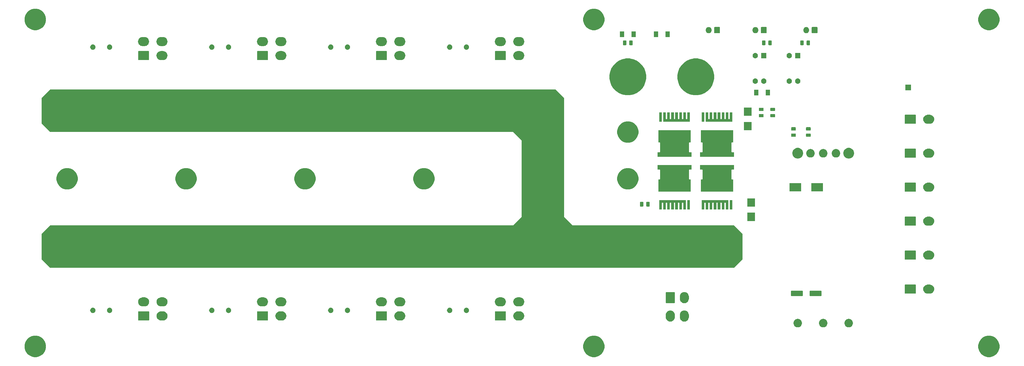
<source format=gbr>
G04 #@! TF.GenerationSoftware,KiCad,Pcbnew,(5.0.2)-1*
G04 #@! TF.CreationDate,2019-05-10T13:06:01+02:00*
G04 #@! TF.ProjectId,moc_main,6d6f635f-6d61-4696-9e2e-6b696361645f,rev?*
G04 #@! TF.SameCoordinates,Original*
G04 #@! TF.FileFunction,Soldermask,Bot*
G04 #@! TF.FilePolarity,Negative*
%FSLAX46Y46*%
G04 Gerber Fmt 4.6, Leading zero omitted, Abs format (unit mm)*
G04 Created by KiCad (PCBNEW (5.0.2)-1) date 10.05.2019 13:06:01*
%MOMM*%
%LPD*%
G01*
G04 APERTURE LIST*
%ADD10C,0.100000*%
G04 APERTURE END LIST*
D10*
G36*
X21380405Y-115159974D02*
X21962767Y-115401196D01*
X22486884Y-115751400D01*
X22932600Y-116197116D01*
X23282804Y-116721233D01*
X23524026Y-117303595D01*
X23647000Y-117921826D01*
X23647000Y-118552174D01*
X23524026Y-119170405D01*
X23282804Y-119752767D01*
X22932600Y-120276884D01*
X22486884Y-120722600D01*
X21962767Y-121072804D01*
X21380405Y-121314026D01*
X20762174Y-121437000D01*
X20131826Y-121437000D01*
X19513595Y-121314026D01*
X18931233Y-121072804D01*
X18407116Y-120722600D01*
X17961400Y-120276884D01*
X17611196Y-119752767D01*
X17369974Y-119170405D01*
X17247000Y-118552174D01*
X17247000Y-117921826D01*
X17369974Y-117303595D01*
X17611196Y-116721233D01*
X17961400Y-116197116D01*
X18407116Y-115751400D01*
X18931233Y-115401196D01*
X19513595Y-115159974D01*
X20131826Y-115037000D01*
X20762174Y-115037000D01*
X21380405Y-115159974D01*
X21380405Y-115159974D01*
G37*
G36*
X188385405Y-115159974D02*
X188967767Y-115401196D01*
X189491884Y-115751400D01*
X189937600Y-116197116D01*
X190287804Y-116721233D01*
X190529026Y-117303595D01*
X190652000Y-117921826D01*
X190652000Y-118552174D01*
X190529026Y-119170405D01*
X190287804Y-119752767D01*
X189937600Y-120276884D01*
X189491884Y-120722600D01*
X188967767Y-121072804D01*
X188385405Y-121314026D01*
X187767174Y-121437000D01*
X187136826Y-121437000D01*
X186518595Y-121314026D01*
X185936233Y-121072804D01*
X185412116Y-120722600D01*
X184966400Y-120276884D01*
X184616196Y-119752767D01*
X184374974Y-119170405D01*
X184252000Y-118552174D01*
X184252000Y-117921826D01*
X184374974Y-117303595D01*
X184616196Y-116721233D01*
X184966400Y-116197116D01*
X185412116Y-115751400D01*
X185936233Y-115401196D01*
X186518595Y-115159974D01*
X187136826Y-115037000D01*
X187767174Y-115037000D01*
X188385405Y-115159974D01*
X188385405Y-115159974D01*
G37*
G36*
X306495405Y-115159974D02*
X307077767Y-115401196D01*
X307601884Y-115751400D01*
X308047600Y-116197116D01*
X308397804Y-116721233D01*
X308639026Y-117303595D01*
X308762000Y-117921826D01*
X308762000Y-118552174D01*
X308639026Y-119170405D01*
X308397804Y-119752767D01*
X308047600Y-120276884D01*
X307601884Y-120722600D01*
X307077767Y-121072804D01*
X306495405Y-121314026D01*
X305877174Y-121437000D01*
X305246826Y-121437000D01*
X304628595Y-121314026D01*
X304046233Y-121072804D01*
X303522116Y-120722600D01*
X303076400Y-120276884D01*
X302726196Y-119752767D01*
X302484974Y-119170405D01*
X302362000Y-118552174D01*
X302362000Y-117921826D01*
X302484974Y-117303595D01*
X302726196Y-116721233D01*
X303076400Y-116197116D01*
X303522116Y-115751400D01*
X304046233Y-115401196D01*
X304628595Y-115159974D01*
X305246826Y-115037000D01*
X305877174Y-115037000D01*
X306495405Y-115159974D01*
X306495405Y-115159974D01*
G37*
G36*
X263899764Y-110006402D02*
X264022445Y-110030805D01*
X264253571Y-110126541D01*
X264461581Y-110265529D01*
X264638471Y-110442419D01*
X264638473Y-110442422D01*
X264777459Y-110650429D01*
X264873195Y-110881555D01*
X264922000Y-111126916D01*
X264922000Y-111377084D01*
X264873195Y-111622445D01*
X264777459Y-111853571D01*
X264638471Y-112061581D01*
X264461581Y-112238471D01*
X264461578Y-112238473D01*
X264253571Y-112377459D01*
X264022445Y-112473195D01*
X263899764Y-112497598D01*
X263777086Y-112522000D01*
X263526914Y-112522000D01*
X263404236Y-112497598D01*
X263281555Y-112473195D01*
X263050429Y-112377459D01*
X262842422Y-112238473D01*
X262842419Y-112238471D01*
X262665529Y-112061581D01*
X262526541Y-111853571D01*
X262430805Y-111622445D01*
X262382000Y-111377084D01*
X262382000Y-111126916D01*
X262430805Y-110881555D01*
X262526541Y-110650429D01*
X262665527Y-110442422D01*
X262665529Y-110442419D01*
X262842419Y-110265529D01*
X263050429Y-110126541D01*
X263281555Y-110030805D01*
X263404236Y-110006402D01*
X263526914Y-109982000D01*
X263777086Y-109982000D01*
X263899764Y-110006402D01*
X263899764Y-110006402D01*
G37*
G36*
X248659764Y-110006402D02*
X248782445Y-110030805D01*
X249013571Y-110126541D01*
X249221581Y-110265529D01*
X249398471Y-110442419D01*
X249398473Y-110442422D01*
X249537459Y-110650429D01*
X249633195Y-110881555D01*
X249682000Y-111126916D01*
X249682000Y-111377084D01*
X249633195Y-111622445D01*
X249537459Y-111853571D01*
X249398471Y-112061581D01*
X249221581Y-112238471D01*
X249221578Y-112238473D01*
X249013571Y-112377459D01*
X248782445Y-112473195D01*
X248659764Y-112497598D01*
X248537086Y-112522000D01*
X248286914Y-112522000D01*
X248164236Y-112497598D01*
X248041555Y-112473195D01*
X247810429Y-112377459D01*
X247602422Y-112238473D01*
X247602419Y-112238471D01*
X247425529Y-112061581D01*
X247286541Y-111853571D01*
X247190805Y-111622445D01*
X247142000Y-111377084D01*
X247142000Y-111126916D01*
X247190805Y-110881555D01*
X247286541Y-110650429D01*
X247425527Y-110442422D01*
X247425529Y-110442419D01*
X247602419Y-110265529D01*
X247810429Y-110126541D01*
X248041555Y-110030805D01*
X248164236Y-110006402D01*
X248286914Y-109982000D01*
X248537086Y-109982000D01*
X248659764Y-110006402D01*
X248659764Y-110006402D01*
G37*
G36*
X256279764Y-110006402D02*
X256402445Y-110030805D01*
X256633571Y-110126541D01*
X256841581Y-110265529D01*
X257018471Y-110442419D01*
X257018473Y-110442422D01*
X257157459Y-110650429D01*
X257253195Y-110881555D01*
X257302000Y-111126916D01*
X257302000Y-111377084D01*
X257253195Y-111622445D01*
X257157459Y-111853571D01*
X257018471Y-112061581D01*
X256841581Y-112238471D01*
X256841578Y-112238473D01*
X256633571Y-112377459D01*
X256402445Y-112473195D01*
X256279764Y-112497598D01*
X256157086Y-112522000D01*
X255906914Y-112522000D01*
X255784236Y-112497598D01*
X255661555Y-112473195D01*
X255430429Y-112377459D01*
X255222422Y-112238473D01*
X255222419Y-112238471D01*
X255045529Y-112061581D01*
X254906541Y-111853571D01*
X254810805Y-111622445D01*
X254762000Y-111377084D01*
X254762000Y-111126916D01*
X254810805Y-110881555D01*
X254906541Y-110650429D01*
X255045527Y-110442422D01*
X255045529Y-110442419D01*
X255222419Y-110265529D01*
X255430429Y-110126541D01*
X255661555Y-110030805D01*
X255784236Y-110006402D01*
X255906914Y-109982000D01*
X256157086Y-109982000D01*
X256279764Y-110006402D01*
X256279764Y-110006402D01*
G37*
G36*
X214776645Y-107501533D02*
X215031121Y-107578728D01*
X215265648Y-107704085D01*
X215471212Y-107872787D01*
X215639915Y-108078351D01*
X215765272Y-108312878D01*
X215842467Y-108567354D01*
X215862000Y-108765679D01*
X215862000Y-109498320D01*
X215842467Y-109696645D01*
X215765272Y-109951122D01*
X215639915Y-110185649D01*
X215471213Y-110391213D01*
X215265649Y-110559915D01*
X215031122Y-110685272D01*
X214776646Y-110762467D01*
X214512000Y-110788532D01*
X214247355Y-110762467D01*
X213992879Y-110685272D01*
X213758352Y-110559915D01*
X213552788Y-110391213D01*
X213384085Y-110185649D01*
X213258728Y-109951122D01*
X213181533Y-109696646D01*
X213162000Y-109498321D01*
X213162000Y-108765680D01*
X213181533Y-108567355D01*
X213258728Y-108312879D01*
X213384085Y-108078352D01*
X213552787Y-107872788D01*
X213758351Y-107704085D01*
X213992878Y-107578728D01*
X214247354Y-107501533D01*
X214512000Y-107475468D01*
X214776645Y-107501533D01*
X214776645Y-107501533D01*
G37*
G36*
X210576645Y-107501533D02*
X210831121Y-107578728D01*
X211065648Y-107704085D01*
X211271212Y-107872787D01*
X211439915Y-108078351D01*
X211565272Y-108312878D01*
X211642467Y-108567354D01*
X211662000Y-108765679D01*
X211662000Y-109498320D01*
X211642467Y-109696645D01*
X211565272Y-109951122D01*
X211439915Y-110185649D01*
X211271213Y-110391213D01*
X211065649Y-110559915D01*
X210831122Y-110685272D01*
X210576646Y-110762467D01*
X210312000Y-110788532D01*
X210047355Y-110762467D01*
X209792879Y-110685272D01*
X209558352Y-110559915D01*
X209352788Y-110391213D01*
X209184085Y-110185649D01*
X209058728Y-109951122D01*
X208981533Y-109696646D01*
X208962000Y-109498321D01*
X208962000Y-108765680D01*
X208981533Y-108567355D01*
X209058728Y-108312879D01*
X209184085Y-108078352D01*
X209352787Y-107872788D01*
X209558351Y-107704085D01*
X209792878Y-107578728D01*
X210047354Y-107501533D01*
X210312000Y-107475468D01*
X210576645Y-107501533D01*
X210576645Y-107501533D01*
G37*
G36*
X54382637Y-107755439D02*
X54410313Y-107763835D01*
X54435821Y-107777470D01*
X54458181Y-107795819D01*
X54476530Y-107818179D01*
X54490165Y-107843687D01*
X54498561Y-107871363D01*
X54502000Y-107906287D01*
X54502000Y-110297713D01*
X54498561Y-110332637D01*
X54490165Y-110360313D01*
X54476530Y-110385821D01*
X54458181Y-110408181D01*
X54435821Y-110426530D01*
X54410313Y-110440165D01*
X54382637Y-110448561D01*
X54347713Y-110452000D01*
X51356287Y-110452000D01*
X51321363Y-110448561D01*
X51293687Y-110440165D01*
X51268179Y-110426530D01*
X51245819Y-110408181D01*
X51227470Y-110385821D01*
X51213835Y-110360313D01*
X51205439Y-110332637D01*
X51202000Y-110297713D01*
X51202000Y-107906287D01*
X51205439Y-107871363D01*
X51213835Y-107843687D01*
X51227470Y-107818179D01*
X51245819Y-107795819D01*
X51268179Y-107777470D01*
X51293687Y-107763835D01*
X51321363Y-107755439D01*
X51356287Y-107752000D01*
X54347713Y-107752000D01*
X54382637Y-107755439D01*
X54382637Y-107755439D01*
G37*
G36*
X165576646Y-107771533D02*
X165831122Y-107848728D01*
X166065649Y-107974085D01*
X166271213Y-108142787D01*
X166439915Y-108348351D01*
X166565272Y-108582878D01*
X166642467Y-108837354D01*
X166668532Y-109102000D01*
X166642467Y-109366646D01*
X166565272Y-109621122D01*
X166439915Y-109855649D01*
X166271213Y-110061213D01*
X166065649Y-110229915D01*
X165831122Y-110355272D01*
X165576646Y-110432467D01*
X165378321Y-110452000D01*
X164645679Y-110452000D01*
X164447354Y-110432467D01*
X164192878Y-110355272D01*
X163958351Y-110229915D01*
X163752787Y-110061213D01*
X163584085Y-109855649D01*
X163458728Y-109621122D01*
X163381533Y-109366646D01*
X163355468Y-109102000D01*
X163381533Y-108837354D01*
X163458728Y-108582878D01*
X163584085Y-108348351D01*
X163752787Y-108142787D01*
X163958351Y-107974085D01*
X164192878Y-107848728D01*
X164447354Y-107771533D01*
X164645679Y-107752000D01*
X165378321Y-107752000D01*
X165576646Y-107771533D01*
X165576646Y-107771533D01*
G37*
G36*
X161042637Y-107755439D02*
X161070313Y-107763835D01*
X161095821Y-107777470D01*
X161118181Y-107795819D01*
X161136530Y-107818179D01*
X161150165Y-107843687D01*
X161158561Y-107871363D01*
X161162000Y-107906287D01*
X161162000Y-110297713D01*
X161158561Y-110332637D01*
X161150165Y-110360313D01*
X161136530Y-110385821D01*
X161118181Y-110408181D01*
X161095821Y-110426530D01*
X161070313Y-110440165D01*
X161042637Y-110448561D01*
X161007713Y-110452000D01*
X158016287Y-110452000D01*
X157981363Y-110448561D01*
X157953687Y-110440165D01*
X157928179Y-110426530D01*
X157905819Y-110408181D01*
X157887470Y-110385821D01*
X157873835Y-110360313D01*
X157865439Y-110332637D01*
X157862000Y-110297713D01*
X157862000Y-107906287D01*
X157865439Y-107871363D01*
X157873835Y-107843687D01*
X157887470Y-107818179D01*
X157905819Y-107795819D01*
X157928179Y-107777470D01*
X157953687Y-107763835D01*
X157981363Y-107755439D01*
X158016287Y-107752000D01*
X161007713Y-107752000D01*
X161042637Y-107755439D01*
X161042637Y-107755439D01*
G37*
G36*
X58916646Y-107771533D02*
X59171122Y-107848728D01*
X59405649Y-107974085D01*
X59611213Y-108142787D01*
X59779915Y-108348351D01*
X59905272Y-108582878D01*
X59982467Y-108837354D01*
X60008532Y-109102000D01*
X59982467Y-109366646D01*
X59905272Y-109621122D01*
X59779915Y-109855649D01*
X59611213Y-110061213D01*
X59405649Y-110229915D01*
X59171122Y-110355272D01*
X58916646Y-110432467D01*
X58718321Y-110452000D01*
X57985679Y-110452000D01*
X57787354Y-110432467D01*
X57532878Y-110355272D01*
X57298351Y-110229915D01*
X57092787Y-110061213D01*
X56924085Y-109855649D01*
X56798728Y-109621122D01*
X56721533Y-109366646D01*
X56695468Y-109102000D01*
X56721533Y-108837354D01*
X56798728Y-108582878D01*
X56924085Y-108348351D01*
X57092787Y-108142787D01*
X57298351Y-107974085D01*
X57532878Y-107848728D01*
X57787354Y-107771533D01*
X57985679Y-107752000D01*
X58718321Y-107752000D01*
X58916646Y-107771533D01*
X58916646Y-107771533D01*
G37*
G36*
X94456646Y-107771533D02*
X94711122Y-107848728D01*
X94945649Y-107974085D01*
X95151213Y-108142787D01*
X95319915Y-108348351D01*
X95445272Y-108582878D01*
X95522467Y-108837354D01*
X95548532Y-109102000D01*
X95522467Y-109366646D01*
X95445272Y-109621122D01*
X95319915Y-109855649D01*
X95151213Y-110061213D01*
X94945649Y-110229915D01*
X94711122Y-110355272D01*
X94456646Y-110432467D01*
X94258321Y-110452000D01*
X93525679Y-110452000D01*
X93327354Y-110432467D01*
X93072878Y-110355272D01*
X92838351Y-110229915D01*
X92632787Y-110061213D01*
X92464085Y-109855649D01*
X92338728Y-109621122D01*
X92261533Y-109366646D01*
X92235468Y-109102000D01*
X92261533Y-108837354D01*
X92338728Y-108582878D01*
X92464085Y-108348351D01*
X92632787Y-108142787D01*
X92838351Y-107974085D01*
X93072878Y-107848728D01*
X93327354Y-107771533D01*
X93525679Y-107752000D01*
X94258321Y-107752000D01*
X94456646Y-107771533D01*
X94456646Y-107771533D01*
G37*
G36*
X89922637Y-107755439D02*
X89950313Y-107763835D01*
X89975821Y-107777470D01*
X89998181Y-107795819D01*
X90016530Y-107818179D01*
X90030165Y-107843687D01*
X90038561Y-107871363D01*
X90042000Y-107906287D01*
X90042000Y-110297713D01*
X90038561Y-110332637D01*
X90030165Y-110360313D01*
X90016530Y-110385821D01*
X89998181Y-110408181D01*
X89975821Y-110426530D01*
X89950313Y-110440165D01*
X89922637Y-110448561D01*
X89887713Y-110452000D01*
X86896287Y-110452000D01*
X86861363Y-110448561D01*
X86833687Y-110440165D01*
X86808179Y-110426530D01*
X86785819Y-110408181D01*
X86767470Y-110385821D01*
X86753835Y-110360313D01*
X86745439Y-110332637D01*
X86742000Y-110297713D01*
X86742000Y-107906287D01*
X86745439Y-107871363D01*
X86753835Y-107843687D01*
X86767470Y-107818179D01*
X86785819Y-107795819D01*
X86808179Y-107777470D01*
X86833687Y-107763835D01*
X86861363Y-107755439D01*
X86896287Y-107752000D01*
X89887713Y-107752000D01*
X89922637Y-107755439D01*
X89922637Y-107755439D01*
G37*
G36*
X125482637Y-107755439D02*
X125510313Y-107763835D01*
X125535821Y-107777470D01*
X125558181Y-107795819D01*
X125576530Y-107818179D01*
X125590165Y-107843687D01*
X125598561Y-107871363D01*
X125602000Y-107906287D01*
X125602000Y-110297713D01*
X125598561Y-110332637D01*
X125590165Y-110360313D01*
X125576530Y-110385821D01*
X125558181Y-110408181D01*
X125535821Y-110426530D01*
X125510313Y-110440165D01*
X125482637Y-110448561D01*
X125447713Y-110452000D01*
X122456287Y-110452000D01*
X122421363Y-110448561D01*
X122393687Y-110440165D01*
X122368179Y-110426530D01*
X122345819Y-110408181D01*
X122327470Y-110385821D01*
X122313835Y-110360313D01*
X122305439Y-110332637D01*
X122302000Y-110297713D01*
X122302000Y-107906287D01*
X122305439Y-107871363D01*
X122313835Y-107843687D01*
X122327470Y-107818179D01*
X122345819Y-107795819D01*
X122368179Y-107777470D01*
X122393687Y-107763835D01*
X122421363Y-107755439D01*
X122456287Y-107752000D01*
X125447713Y-107752000D01*
X125482637Y-107755439D01*
X125482637Y-107755439D01*
G37*
G36*
X130016646Y-107771533D02*
X130271122Y-107848728D01*
X130505649Y-107974085D01*
X130711213Y-108142787D01*
X130879915Y-108348351D01*
X131005272Y-108582878D01*
X131082467Y-108837354D01*
X131108532Y-109102000D01*
X131082467Y-109366646D01*
X131005272Y-109621122D01*
X130879915Y-109855649D01*
X130711213Y-110061213D01*
X130505649Y-110229915D01*
X130271122Y-110355272D01*
X130016646Y-110432467D01*
X129818321Y-110452000D01*
X129085679Y-110452000D01*
X128887354Y-110432467D01*
X128632878Y-110355272D01*
X128398351Y-110229915D01*
X128192787Y-110061213D01*
X128024085Y-109855649D01*
X127898728Y-109621122D01*
X127821533Y-109366646D01*
X127795468Y-109102000D01*
X127821533Y-108837354D01*
X127898728Y-108582878D01*
X128024085Y-108348351D01*
X128192787Y-108142787D01*
X128398351Y-107974085D01*
X128632878Y-107848728D01*
X128887354Y-107771533D01*
X129085679Y-107752000D01*
X129818321Y-107752000D01*
X130016646Y-107771533D01*
X130016646Y-107771533D01*
G37*
G36*
X78465352Y-106672743D02*
X78610941Y-106733048D01*
X78741973Y-106820601D01*
X78853399Y-106932027D01*
X78940952Y-107063059D01*
X79001257Y-107208648D01*
X79032000Y-107363205D01*
X79032000Y-107520795D01*
X79001257Y-107675352D01*
X78940952Y-107820941D01*
X78853399Y-107951973D01*
X78741973Y-108063399D01*
X78610941Y-108150952D01*
X78465352Y-108211257D01*
X78310795Y-108242000D01*
X78153205Y-108242000D01*
X77998648Y-108211257D01*
X77853059Y-108150952D01*
X77722027Y-108063399D01*
X77610601Y-107951973D01*
X77523048Y-107820941D01*
X77462743Y-107675352D01*
X77432000Y-107520795D01*
X77432000Y-107363205D01*
X77462743Y-107208648D01*
X77523048Y-107063059D01*
X77610601Y-106932027D01*
X77722027Y-106820601D01*
X77853059Y-106733048D01*
X77998648Y-106672743D01*
X78153205Y-106642000D01*
X78310795Y-106642000D01*
X78465352Y-106672743D01*
X78465352Y-106672743D01*
G37*
G36*
X42905352Y-106672743D02*
X43050941Y-106733048D01*
X43181973Y-106820601D01*
X43293399Y-106932027D01*
X43380952Y-107063059D01*
X43441257Y-107208648D01*
X43472000Y-107363205D01*
X43472000Y-107520795D01*
X43441257Y-107675352D01*
X43380952Y-107820941D01*
X43293399Y-107951973D01*
X43181973Y-108063399D01*
X43050941Y-108150952D01*
X42905352Y-108211257D01*
X42750795Y-108242000D01*
X42593205Y-108242000D01*
X42438648Y-108211257D01*
X42293059Y-108150952D01*
X42162027Y-108063399D01*
X42050601Y-107951973D01*
X41963048Y-107820941D01*
X41902743Y-107675352D01*
X41872000Y-107520795D01*
X41872000Y-107363205D01*
X41902743Y-107208648D01*
X41963048Y-107063059D01*
X42050601Y-106932027D01*
X42162027Y-106820601D01*
X42293059Y-106733048D01*
X42438648Y-106672743D01*
X42593205Y-106642000D01*
X42750795Y-106642000D01*
X42905352Y-106672743D01*
X42905352Y-106672743D01*
G37*
G36*
X37905352Y-106672743D02*
X38050941Y-106733048D01*
X38181973Y-106820601D01*
X38293399Y-106932027D01*
X38380952Y-107063059D01*
X38441257Y-107208648D01*
X38472000Y-107363205D01*
X38472000Y-107520795D01*
X38441257Y-107675352D01*
X38380952Y-107820941D01*
X38293399Y-107951973D01*
X38181973Y-108063399D01*
X38050941Y-108150952D01*
X37905352Y-108211257D01*
X37750795Y-108242000D01*
X37593205Y-108242000D01*
X37438648Y-108211257D01*
X37293059Y-108150952D01*
X37162027Y-108063399D01*
X37050601Y-107951973D01*
X36963048Y-107820941D01*
X36902743Y-107675352D01*
X36872000Y-107520795D01*
X36872000Y-107363205D01*
X36902743Y-107208648D01*
X36963048Y-107063059D01*
X37050601Y-106932027D01*
X37162027Y-106820601D01*
X37293059Y-106733048D01*
X37438648Y-106672743D01*
X37593205Y-106642000D01*
X37750795Y-106642000D01*
X37905352Y-106672743D01*
X37905352Y-106672743D01*
G37*
G36*
X73465352Y-106672743D02*
X73610941Y-106733048D01*
X73741973Y-106820601D01*
X73853399Y-106932027D01*
X73940952Y-107063059D01*
X74001257Y-107208648D01*
X74032000Y-107363205D01*
X74032000Y-107520795D01*
X74001257Y-107675352D01*
X73940952Y-107820941D01*
X73853399Y-107951973D01*
X73741973Y-108063399D01*
X73610941Y-108150952D01*
X73465352Y-108211257D01*
X73310795Y-108242000D01*
X73153205Y-108242000D01*
X72998648Y-108211257D01*
X72853059Y-108150952D01*
X72722027Y-108063399D01*
X72610601Y-107951973D01*
X72523048Y-107820941D01*
X72462743Y-107675352D01*
X72432000Y-107520795D01*
X72432000Y-107363205D01*
X72462743Y-107208648D01*
X72523048Y-107063059D01*
X72610601Y-106932027D01*
X72722027Y-106820601D01*
X72853059Y-106733048D01*
X72998648Y-106672743D01*
X73153205Y-106642000D01*
X73310795Y-106642000D01*
X73465352Y-106672743D01*
X73465352Y-106672743D01*
G37*
G36*
X114025352Y-106672743D02*
X114170941Y-106733048D01*
X114301973Y-106820601D01*
X114413399Y-106932027D01*
X114500952Y-107063059D01*
X114561257Y-107208648D01*
X114592000Y-107363205D01*
X114592000Y-107520795D01*
X114561257Y-107675352D01*
X114500952Y-107820941D01*
X114413399Y-107951973D01*
X114301973Y-108063399D01*
X114170941Y-108150952D01*
X114025352Y-108211257D01*
X113870795Y-108242000D01*
X113713205Y-108242000D01*
X113558648Y-108211257D01*
X113413059Y-108150952D01*
X113282027Y-108063399D01*
X113170601Y-107951973D01*
X113083048Y-107820941D01*
X113022743Y-107675352D01*
X112992000Y-107520795D01*
X112992000Y-107363205D01*
X113022743Y-107208648D01*
X113083048Y-107063059D01*
X113170601Y-106932027D01*
X113282027Y-106820601D01*
X113413059Y-106733048D01*
X113558648Y-106672743D01*
X113713205Y-106642000D01*
X113870795Y-106642000D01*
X114025352Y-106672743D01*
X114025352Y-106672743D01*
G37*
G36*
X109025352Y-106672743D02*
X109170941Y-106733048D01*
X109301973Y-106820601D01*
X109413399Y-106932027D01*
X109500952Y-107063059D01*
X109561257Y-107208648D01*
X109592000Y-107363205D01*
X109592000Y-107520795D01*
X109561257Y-107675352D01*
X109500952Y-107820941D01*
X109413399Y-107951973D01*
X109301973Y-108063399D01*
X109170941Y-108150952D01*
X109025352Y-108211257D01*
X108870795Y-108242000D01*
X108713205Y-108242000D01*
X108558648Y-108211257D01*
X108413059Y-108150952D01*
X108282027Y-108063399D01*
X108170601Y-107951973D01*
X108083048Y-107820941D01*
X108022743Y-107675352D01*
X107992000Y-107520795D01*
X107992000Y-107363205D01*
X108022743Y-107208648D01*
X108083048Y-107063059D01*
X108170601Y-106932027D01*
X108282027Y-106820601D01*
X108413059Y-106733048D01*
X108558648Y-106672743D01*
X108713205Y-106642000D01*
X108870795Y-106642000D01*
X109025352Y-106672743D01*
X109025352Y-106672743D01*
G37*
G36*
X144585352Y-106672743D02*
X144730941Y-106733048D01*
X144861973Y-106820601D01*
X144973399Y-106932027D01*
X145060952Y-107063059D01*
X145121257Y-107208648D01*
X145152000Y-107363205D01*
X145152000Y-107520795D01*
X145121257Y-107675352D01*
X145060952Y-107820941D01*
X144973399Y-107951973D01*
X144861973Y-108063399D01*
X144730941Y-108150952D01*
X144585352Y-108211257D01*
X144430795Y-108242000D01*
X144273205Y-108242000D01*
X144118648Y-108211257D01*
X143973059Y-108150952D01*
X143842027Y-108063399D01*
X143730601Y-107951973D01*
X143643048Y-107820941D01*
X143582743Y-107675352D01*
X143552000Y-107520795D01*
X143552000Y-107363205D01*
X143582743Y-107208648D01*
X143643048Y-107063059D01*
X143730601Y-106932027D01*
X143842027Y-106820601D01*
X143973059Y-106733048D01*
X144118648Y-106672743D01*
X144273205Y-106642000D01*
X144430795Y-106642000D01*
X144585352Y-106672743D01*
X144585352Y-106672743D01*
G37*
G36*
X149585352Y-106672743D02*
X149730941Y-106733048D01*
X149861973Y-106820601D01*
X149973399Y-106932027D01*
X150060952Y-107063059D01*
X150121257Y-107208648D01*
X150152000Y-107363205D01*
X150152000Y-107520795D01*
X150121257Y-107675352D01*
X150060952Y-107820941D01*
X149973399Y-107951973D01*
X149861973Y-108063399D01*
X149730941Y-108150952D01*
X149585352Y-108211257D01*
X149430795Y-108242000D01*
X149273205Y-108242000D01*
X149118648Y-108211257D01*
X148973059Y-108150952D01*
X148842027Y-108063399D01*
X148730601Y-107951973D01*
X148643048Y-107820941D01*
X148582743Y-107675352D01*
X148552000Y-107520795D01*
X148552000Y-107363205D01*
X148582743Y-107208648D01*
X148643048Y-107063059D01*
X148730601Y-106932027D01*
X148842027Y-106820601D01*
X148973059Y-106733048D01*
X149118648Y-106672743D01*
X149273205Y-106642000D01*
X149430795Y-106642000D01*
X149585352Y-106672743D01*
X149585352Y-106672743D01*
G37*
G36*
X160076646Y-103571533D02*
X160331122Y-103648728D01*
X160565649Y-103774085D01*
X160771213Y-103942787D01*
X160939915Y-104148351D01*
X161065272Y-104382878D01*
X161142467Y-104637354D01*
X161168532Y-104902000D01*
X161142467Y-105166646D01*
X161065272Y-105421122D01*
X160939915Y-105655649D01*
X160771213Y-105861213D01*
X160565649Y-106029915D01*
X160331122Y-106155272D01*
X160076646Y-106232467D01*
X159878321Y-106252000D01*
X159145679Y-106252000D01*
X158947354Y-106232467D01*
X158692878Y-106155272D01*
X158458351Y-106029915D01*
X158252787Y-105861213D01*
X158084085Y-105655649D01*
X157958728Y-105421122D01*
X157881533Y-105166646D01*
X157855468Y-104902000D01*
X157881533Y-104637354D01*
X157958728Y-104382878D01*
X158084085Y-104148351D01*
X158252787Y-103942787D01*
X158458351Y-103774085D01*
X158692878Y-103648728D01*
X158947354Y-103571533D01*
X159145679Y-103552000D01*
X159878321Y-103552000D01*
X160076646Y-103571533D01*
X160076646Y-103571533D01*
G37*
G36*
X94456646Y-103571533D02*
X94711122Y-103648728D01*
X94945649Y-103774085D01*
X95151213Y-103942787D01*
X95319915Y-104148351D01*
X95445272Y-104382878D01*
X95522467Y-104637354D01*
X95548532Y-104902000D01*
X95522467Y-105166646D01*
X95445272Y-105421122D01*
X95319915Y-105655649D01*
X95151213Y-105861213D01*
X94945649Y-106029915D01*
X94711122Y-106155272D01*
X94456646Y-106232467D01*
X94258321Y-106252000D01*
X93525679Y-106252000D01*
X93327354Y-106232467D01*
X93072878Y-106155272D01*
X92838351Y-106029915D01*
X92632787Y-105861213D01*
X92464085Y-105655649D01*
X92338728Y-105421122D01*
X92261533Y-105166646D01*
X92235468Y-104902000D01*
X92261533Y-104637354D01*
X92338728Y-104382878D01*
X92464085Y-104148351D01*
X92632787Y-103942787D01*
X92838351Y-103774085D01*
X93072878Y-103648728D01*
X93327354Y-103571533D01*
X93525679Y-103552000D01*
X94258321Y-103552000D01*
X94456646Y-103571533D01*
X94456646Y-103571533D01*
G37*
G36*
X88956646Y-103571533D02*
X89211122Y-103648728D01*
X89445649Y-103774085D01*
X89651213Y-103942787D01*
X89819915Y-104148351D01*
X89945272Y-104382878D01*
X90022467Y-104637354D01*
X90048532Y-104902000D01*
X90022467Y-105166646D01*
X89945272Y-105421122D01*
X89819915Y-105655649D01*
X89651213Y-105861213D01*
X89445649Y-106029915D01*
X89211122Y-106155272D01*
X88956646Y-106232467D01*
X88758321Y-106252000D01*
X88025679Y-106252000D01*
X87827354Y-106232467D01*
X87572878Y-106155272D01*
X87338351Y-106029915D01*
X87132787Y-105861213D01*
X86964085Y-105655649D01*
X86838728Y-105421122D01*
X86761533Y-105166646D01*
X86735468Y-104902000D01*
X86761533Y-104637354D01*
X86838728Y-104382878D01*
X86964085Y-104148351D01*
X87132787Y-103942787D01*
X87338351Y-103774085D01*
X87572878Y-103648728D01*
X87827354Y-103571533D01*
X88025679Y-103552000D01*
X88758321Y-103552000D01*
X88956646Y-103571533D01*
X88956646Y-103571533D01*
G37*
G36*
X124516646Y-103571533D02*
X124771122Y-103648728D01*
X125005649Y-103774085D01*
X125211213Y-103942787D01*
X125379915Y-104148351D01*
X125505272Y-104382878D01*
X125582467Y-104637354D01*
X125608532Y-104902000D01*
X125582467Y-105166646D01*
X125505272Y-105421122D01*
X125379915Y-105655649D01*
X125211213Y-105861213D01*
X125005649Y-106029915D01*
X124771122Y-106155272D01*
X124516646Y-106232467D01*
X124318321Y-106252000D01*
X123585679Y-106252000D01*
X123387354Y-106232467D01*
X123132878Y-106155272D01*
X122898351Y-106029915D01*
X122692787Y-105861213D01*
X122524085Y-105655649D01*
X122398728Y-105421122D01*
X122321533Y-105166646D01*
X122295468Y-104902000D01*
X122321533Y-104637354D01*
X122398728Y-104382878D01*
X122524085Y-104148351D01*
X122692787Y-103942787D01*
X122898351Y-103774085D01*
X123132878Y-103648728D01*
X123387354Y-103571533D01*
X123585679Y-103552000D01*
X124318321Y-103552000D01*
X124516646Y-103571533D01*
X124516646Y-103571533D01*
G37*
G36*
X53416646Y-103571533D02*
X53671122Y-103648728D01*
X53905649Y-103774085D01*
X54111213Y-103942787D01*
X54279915Y-104148351D01*
X54405272Y-104382878D01*
X54482467Y-104637354D01*
X54508532Y-104902000D01*
X54482467Y-105166646D01*
X54405272Y-105421122D01*
X54279915Y-105655649D01*
X54111213Y-105861213D01*
X53905649Y-106029915D01*
X53671122Y-106155272D01*
X53416646Y-106232467D01*
X53218321Y-106252000D01*
X52485679Y-106252000D01*
X52287354Y-106232467D01*
X52032878Y-106155272D01*
X51798351Y-106029915D01*
X51592787Y-105861213D01*
X51424085Y-105655649D01*
X51298728Y-105421122D01*
X51221533Y-105166646D01*
X51195468Y-104902000D01*
X51221533Y-104637354D01*
X51298728Y-104382878D01*
X51424085Y-104148351D01*
X51592787Y-103942787D01*
X51798351Y-103774085D01*
X52032878Y-103648728D01*
X52287354Y-103571533D01*
X52485679Y-103552000D01*
X53218321Y-103552000D01*
X53416646Y-103571533D01*
X53416646Y-103571533D01*
G37*
G36*
X58916646Y-103571533D02*
X59171122Y-103648728D01*
X59405649Y-103774085D01*
X59611213Y-103942787D01*
X59779915Y-104148351D01*
X59905272Y-104382878D01*
X59982467Y-104637354D01*
X60008532Y-104902000D01*
X59982467Y-105166646D01*
X59905272Y-105421122D01*
X59779915Y-105655649D01*
X59611213Y-105861213D01*
X59405649Y-106029915D01*
X59171122Y-106155272D01*
X58916646Y-106232467D01*
X58718321Y-106252000D01*
X57985679Y-106252000D01*
X57787354Y-106232467D01*
X57532878Y-106155272D01*
X57298351Y-106029915D01*
X57092787Y-105861213D01*
X56924085Y-105655649D01*
X56798728Y-105421122D01*
X56721533Y-105166646D01*
X56695468Y-104902000D01*
X56721533Y-104637354D01*
X56798728Y-104382878D01*
X56924085Y-104148351D01*
X57092787Y-103942787D01*
X57298351Y-103774085D01*
X57532878Y-103648728D01*
X57787354Y-103571533D01*
X57985679Y-103552000D01*
X58718321Y-103552000D01*
X58916646Y-103571533D01*
X58916646Y-103571533D01*
G37*
G36*
X130016646Y-103571533D02*
X130271122Y-103648728D01*
X130505649Y-103774085D01*
X130711213Y-103942787D01*
X130879915Y-104148351D01*
X131005272Y-104382878D01*
X131082467Y-104637354D01*
X131108532Y-104902000D01*
X131082467Y-105166646D01*
X131005272Y-105421122D01*
X130879915Y-105655649D01*
X130711213Y-105861213D01*
X130505649Y-106029915D01*
X130271122Y-106155272D01*
X130016646Y-106232467D01*
X129818321Y-106252000D01*
X129085679Y-106252000D01*
X128887354Y-106232467D01*
X128632878Y-106155272D01*
X128398351Y-106029915D01*
X128192787Y-105861213D01*
X128024085Y-105655649D01*
X127898728Y-105421122D01*
X127821533Y-105166646D01*
X127795468Y-104902000D01*
X127821533Y-104637354D01*
X127898728Y-104382878D01*
X128024085Y-104148351D01*
X128192787Y-103942787D01*
X128398351Y-103774085D01*
X128632878Y-103648728D01*
X128887354Y-103571533D01*
X129085679Y-103552000D01*
X129818321Y-103552000D01*
X130016646Y-103571533D01*
X130016646Y-103571533D01*
G37*
G36*
X165576646Y-103571533D02*
X165831122Y-103648728D01*
X166065649Y-103774085D01*
X166271213Y-103942787D01*
X166439915Y-104148351D01*
X166565272Y-104382878D01*
X166642467Y-104637354D01*
X166668532Y-104902000D01*
X166642467Y-105166646D01*
X166565272Y-105421122D01*
X166439915Y-105655649D01*
X166271213Y-105861213D01*
X166065649Y-106029915D01*
X165831122Y-106155272D01*
X165576646Y-106232467D01*
X165378321Y-106252000D01*
X164645679Y-106252000D01*
X164447354Y-106232467D01*
X164192878Y-106155272D01*
X163958351Y-106029915D01*
X163752787Y-105861213D01*
X163584085Y-105655649D01*
X163458728Y-105421122D01*
X163381533Y-105166646D01*
X163355468Y-104902000D01*
X163381533Y-104637354D01*
X163458728Y-104382878D01*
X163584085Y-104148351D01*
X163752787Y-103942787D01*
X163958351Y-103774085D01*
X164192878Y-103648728D01*
X164447354Y-103571533D01*
X164645679Y-103552000D01*
X165378321Y-103552000D01*
X165576646Y-103571533D01*
X165576646Y-103571533D01*
G37*
G36*
X214776645Y-102001533D02*
X215031121Y-102078728D01*
X215265648Y-102204085D01*
X215471212Y-102372787D01*
X215639915Y-102578351D01*
X215765272Y-102812878D01*
X215842467Y-103067354D01*
X215862000Y-103265679D01*
X215862000Y-103998320D01*
X215842467Y-104196645D01*
X215765272Y-104451122D01*
X215639915Y-104685649D01*
X215471213Y-104891213D01*
X215265649Y-105059915D01*
X215031122Y-105185272D01*
X214776646Y-105262467D01*
X214512000Y-105288532D01*
X214247355Y-105262467D01*
X213992879Y-105185272D01*
X213758352Y-105059915D01*
X213552788Y-104891213D01*
X213384085Y-104685649D01*
X213258728Y-104451122D01*
X213181533Y-104196646D01*
X213162000Y-103998321D01*
X213162000Y-103265680D01*
X213181533Y-103067355D01*
X213258728Y-102812879D01*
X213384085Y-102578352D01*
X213552787Y-102372788D01*
X213758351Y-102204085D01*
X213992878Y-102078728D01*
X214247354Y-102001533D01*
X214512000Y-101975468D01*
X214776645Y-102001533D01*
X214776645Y-102001533D01*
G37*
G36*
X211542637Y-101985439D02*
X211570313Y-101993835D01*
X211595821Y-102007470D01*
X211618181Y-102025819D01*
X211636530Y-102048179D01*
X211650165Y-102073687D01*
X211658561Y-102101363D01*
X211662000Y-102136287D01*
X211662000Y-105127713D01*
X211658561Y-105162637D01*
X211650165Y-105190313D01*
X211636530Y-105215821D01*
X211618181Y-105238181D01*
X211595821Y-105256530D01*
X211570313Y-105270165D01*
X211542637Y-105278561D01*
X211507713Y-105282000D01*
X209116287Y-105282000D01*
X209081363Y-105278561D01*
X209053687Y-105270165D01*
X209028179Y-105256530D01*
X209005819Y-105238181D01*
X208987470Y-105215821D01*
X208973835Y-105190313D01*
X208965439Y-105162637D01*
X208962000Y-105127713D01*
X208962000Y-102136287D01*
X208965439Y-102101363D01*
X208973835Y-102073687D01*
X208987470Y-102048179D01*
X209005819Y-102025819D01*
X209028179Y-102007470D01*
X209053687Y-101993835D01*
X209081363Y-101985439D01*
X209116287Y-101982000D01*
X211507713Y-101982000D01*
X211542637Y-101985439D01*
X211542637Y-101985439D01*
G37*
G36*
X255369826Y-101565745D02*
X255400491Y-101575048D01*
X255428750Y-101590152D01*
X255453520Y-101610480D01*
X255473848Y-101635250D01*
X255488952Y-101663509D01*
X255498255Y-101694174D01*
X255502000Y-101732202D01*
X255502000Y-102991798D01*
X255498255Y-103029826D01*
X255488952Y-103060491D01*
X255473848Y-103088750D01*
X255453520Y-103113520D01*
X255428750Y-103133848D01*
X255400491Y-103148952D01*
X255369826Y-103158255D01*
X255331798Y-103162000D01*
X252172202Y-103162000D01*
X252134174Y-103158255D01*
X252103509Y-103148952D01*
X252075250Y-103133848D01*
X252050480Y-103113520D01*
X252030152Y-103088750D01*
X252015048Y-103060491D01*
X252005745Y-103029826D01*
X252002000Y-102991798D01*
X252002000Y-101732202D01*
X252005745Y-101694174D01*
X252015048Y-101663509D01*
X252030152Y-101635250D01*
X252050480Y-101610480D01*
X252075250Y-101590152D01*
X252103509Y-101575048D01*
X252134174Y-101565745D01*
X252172202Y-101562000D01*
X255331798Y-101562000D01*
X255369826Y-101565745D01*
X255369826Y-101565745D01*
G37*
G36*
X249769826Y-101565745D02*
X249800491Y-101575048D01*
X249828750Y-101590152D01*
X249853520Y-101610480D01*
X249873848Y-101635250D01*
X249888952Y-101663509D01*
X249898255Y-101694174D01*
X249902000Y-101732202D01*
X249902000Y-102991798D01*
X249898255Y-103029826D01*
X249888952Y-103060491D01*
X249873848Y-103088750D01*
X249853520Y-103113520D01*
X249828750Y-103133848D01*
X249800491Y-103148952D01*
X249769826Y-103158255D01*
X249731798Y-103162000D01*
X246572202Y-103162000D01*
X246534174Y-103158255D01*
X246503509Y-103148952D01*
X246475250Y-103133848D01*
X246450480Y-103113520D01*
X246430152Y-103088750D01*
X246415048Y-103060491D01*
X246405745Y-103029826D01*
X246402000Y-102991798D01*
X246402000Y-101732202D01*
X246405745Y-101694174D01*
X246415048Y-101663509D01*
X246430152Y-101635250D01*
X246450480Y-101610480D01*
X246475250Y-101590152D01*
X246503509Y-101575048D01*
X246534174Y-101565745D01*
X246572202Y-101562000D01*
X249731798Y-101562000D01*
X249769826Y-101565745D01*
X249769826Y-101565745D01*
G37*
G36*
X288131646Y-99761533D02*
X288386122Y-99838728D01*
X288620649Y-99964085D01*
X288826213Y-100132787D01*
X288994915Y-100338351D01*
X289120272Y-100572878D01*
X289197467Y-100827354D01*
X289223532Y-101092000D01*
X289197467Y-101356646D01*
X289120272Y-101611122D01*
X288994915Y-101845649D01*
X288826213Y-102051213D01*
X288620649Y-102219915D01*
X288386122Y-102345272D01*
X288131646Y-102422467D01*
X287933321Y-102442000D01*
X287200679Y-102442000D01*
X287002354Y-102422467D01*
X286747878Y-102345272D01*
X286513351Y-102219915D01*
X286307787Y-102051213D01*
X286139085Y-101845649D01*
X286013728Y-101611122D01*
X285936533Y-101356646D01*
X285910468Y-101092000D01*
X285936533Y-100827354D01*
X286013728Y-100572878D01*
X286139085Y-100338351D01*
X286307787Y-100132787D01*
X286513351Y-99964085D01*
X286747878Y-99838728D01*
X287002354Y-99761533D01*
X287200679Y-99742000D01*
X287933321Y-99742000D01*
X288131646Y-99761533D01*
X288131646Y-99761533D01*
G37*
G36*
X283597637Y-99745439D02*
X283625313Y-99753835D01*
X283650821Y-99767470D01*
X283673181Y-99785819D01*
X283691530Y-99808179D01*
X283705165Y-99833687D01*
X283713561Y-99861363D01*
X283717000Y-99896287D01*
X283717000Y-102287713D01*
X283713561Y-102322637D01*
X283705165Y-102350313D01*
X283691530Y-102375821D01*
X283673181Y-102398181D01*
X283650821Y-102416530D01*
X283625313Y-102430165D01*
X283597637Y-102438561D01*
X283562713Y-102442000D01*
X280571287Y-102442000D01*
X280536363Y-102438561D01*
X280508687Y-102430165D01*
X280483179Y-102416530D01*
X280460819Y-102398181D01*
X280442470Y-102375821D01*
X280428835Y-102350313D01*
X280420439Y-102322637D01*
X280417000Y-102287713D01*
X280417000Y-99896287D01*
X280420439Y-99861363D01*
X280428835Y-99833687D01*
X280442470Y-99808179D01*
X280460819Y-99785819D01*
X280483179Y-99767470D01*
X280508687Y-99753835D01*
X280536363Y-99745439D01*
X280571287Y-99742000D01*
X283562713Y-99742000D01*
X283597637Y-99745439D01*
X283597637Y-99745439D01*
G37*
G36*
X178562000Y-43942000D02*
X178562000Y-79450224D01*
X178564402Y-79474610D01*
X178571515Y-79498059D01*
X178583066Y-79519670D01*
X178598612Y-79538612D01*
X181065388Y-82005388D01*
X181084330Y-82020934D01*
X181105941Y-82032485D01*
X181129390Y-82039598D01*
X181153776Y-82042000D01*
X229362000Y-82042000D01*
X231902000Y-84582000D01*
X231902000Y-92202000D01*
X229362000Y-94742000D01*
X24892000Y-94742000D01*
X22352000Y-92202000D01*
X22352000Y-84582000D01*
X24892000Y-82042000D01*
X163270224Y-82042000D01*
X163294610Y-82039598D01*
X163318059Y-82032485D01*
X163339670Y-82020934D01*
X163358612Y-82005388D01*
X165825388Y-79538612D01*
X165840934Y-79519670D01*
X165852485Y-79498059D01*
X165859598Y-79474610D01*
X165862000Y-79450224D01*
X165862000Y-56693776D01*
X165859598Y-56669390D01*
X165852485Y-56645941D01*
X165840934Y-56624330D01*
X165825388Y-56605388D01*
X163358612Y-54138612D01*
X163339670Y-54123066D01*
X163318059Y-54111515D01*
X163294610Y-54104402D01*
X163270224Y-54102000D01*
X24892000Y-54102000D01*
X22352000Y-51562000D01*
X22352000Y-43942000D01*
X24892000Y-41402000D01*
X176022000Y-41402000D01*
X178562000Y-43942000D01*
X178562000Y-43942000D01*
G37*
G36*
X288131646Y-89601533D02*
X288386122Y-89678728D01*
X288620649Y-89804085D01*
X288826213Y-89972787D01*
X288994915Y-90178351D01*
X289120272Y-90412878D01*
X289197467Y-90667354D01*
X289223532Y-90932000D01*
X289197467Y-91196646D01*
X289120272Y-91451122D01*
X288994915Y-91685649D01*
X288826213Y-91891213D01*
X288620649Y-92059915D01*
X288386122Y-92185272D01*
X288131646Y-92262467D01*
X287933321Y-92282000D01*
X287200679Y-92282000D01*
X287002354Y-92262467D01*
X286747878Y-92185272D01*
X286513351Y-92059915D01*
X286307787Y-91891213D01*
X286139085Y-91685649D01*
X286013728Y-91451122D01*
X285936533Y-91196646D01*
X285910468Y-90932000D01*
X285936533Y-90667354D01*
X286013728Y-90412878D01*
X286139085Y-90178351D01*
X286307787Y-89972787D01*
X286513351Y-89804085D01*
X286747878Y-89678728D01*
X287002354Y-89601533D01*
X287200679Y-89582000D01*
X287933321Y-89582000D01*
X288131646Y-89601533D01*
X288131646Y-89601533D01*
G37*
G36*
X283597637Y-89585439D02*
X283625313Y-89593835D01*
X283650821Y-89607470D01*
X283673181Y-89625819D01*
X283691530Y-89648179D01*
X283705165Y-89673687D01*
X283713561Y-89701363D01*
X283717000Y-89736287D01*
X283717000Y-92127713D01*
X283713561Y-92162637D01*
X283705165Y-92190313D01*
X283691530Y-92215821D01*
X283673181Y-92238181D01*
X283650821Y-92256530D01*
X283625313Y-92270165D01*
X283597637Y-92278561D01*
X283562713Y-92282000D01*
X280571287Y-92282000D01*
X280536363Y-92278561D01*
X280508687Y-92270165D01*
X280483179Y-92256530D01*
X280460819Y-92238181D01*
X280442470Y-92215821D01*
X280428835Y-92190313D01*
X280420439Y-92162637D01*
X280417000Y-92127713D01*
X280417000Y-89736287D01*
X280420439Y-89701363D01*
X280428835Y-89673687D01*
X280442470Y-89648179D01*
X280460819Y-89625819D01*
X280483179Y-89607470D01*
X280508687Y-89593835D01*
X280536363Y-89585439D01*
X280571287Y-89582000D01*
X283562713Y-89582000D01*
X283597637Y-89585439D01*
X283597637Y-89585439D01*
G37*
G36*
X288131646Y-79441533D02*
X288386122Y-79518728D01*
X288620649Y-79644085D01*
X288826213Y-79812787D01*
X288994915Y-80018351D01*
X289120272Y-80252878D01*
X289197467Y-80507354D01*
X289223532Y-80772000D01*
X289197467Y-81036646D01*
X289120272Y-81291122D01*
X288994915Y-81525649D01*
X288826213Y-81731213D01*
X288620649Y-81899915D01*
X288386122Y-82025272D01*
X288131646Y-82102467D01*
X287933321Y-82122000D01*
X287200679Y-82122000D01*
X287002354Y-82102467D01*
X286747878Y-82025272D01*
X286513351Y-81899915D01*
X286307787Y-81731213D01*
X286139085Y-81525649D01*
X286013728Y-81291122D01*
X285936533Y-81036646D01*
X285910468Y-80772000D01*
X285936533Y-80507354D01*
X286013728Y-80252878D01*
X286139085Y-80018351D01*
X286307787Y-79812787D01*
X286513351Y-79644085D01*
X286747878Y-79518728D01*
X287002354Y-79441533D01*
X287200679Y-79422000D01*
X287933321Y-79422000D01*
X288131646Y-79441533D01*
X288131646Y-79441533D01*
G37*
G36*
X283597637Y-79425439D02*
X283625313Y-79433835D01*
X283650821Y-79447470D01*
X283673181Y-79465819D01*
X283691530Y-79488179D01*
X283705165Y-79513687D01*
X283713561Y-79541363D01*
X283717000Y-79576287D01*
X283717000Y-81967713D01*
X283713561Y-82002637D01*
X283705165Y-82030313D01*
X283691530Y-82055821D01*
X283673181Y-82078181D01*
X283650821Y-82096530D01*
X283625313Y-82110165D01*
X283597637Y-82118561D01*
X283562713Y-82122000D01*
X280571287Y-82122000D01*
X280536363Y-82118561D01*
X280508687Y-82110165D01*
X280483179Y-82096530D01*
X280460819Y-82078181D01*
X280442470Y-82055821D01*
X280428835Y-82030313D01*
X280420439Y-82002637D01*
X280417000Y-81967713D01*
X280417000Y-79576287D01*
X280420439Y-79541363D01*
X280428835Y-79513687D01*
X280442470Y-79488179D01*
X280460819Y-79465819D01*
X280483179Y-79447470D01*
X280508687Y-79433835D01*
X280536363Y-79425439D01*
X280571287Y-79422000D01*
X283562713Y-79422000D01*
X283597637Y-79425439D01*
X283597637Y-79425439D01*
G37*
G36*
X235642000Y-80732000D02*
X233342000Y-80732000D01*
X233342000Y-78232000D01*
X235642000Y-78232000D01*
X235642000Y-80732000D01*
X235642000Y-80732000D01*
G37*
G36*
X214982000Y-77262000D02*
X214182000Y-77262000D01*
X214182000Y-75387000D01*
X214179598Y-75362614D01*
X214172485Y-75339165D01*
X214160934Y-75317554D01*
X214145388Y-75298612D01*
X214126446Y-75283066D01*
X214104835Y-75271515D01*
X214081386Y-75264402D01*
X214057000Y-75262000D01*
X213907000Y-75262000D01*
X213882614Y-75264402D01*
X213859165Y-75271515D01*
X213837554Y-75283066D01*
X213818612Y-75298612D01*
X213803066Y-75317554D01*
X213791515Y-75339165D01*
X213784402Y-75362614D01*
X213782000Y-75387000D01*
X213782000Y-77262000D01*
X212982000Y-77262000D01*
X212982000Y-75387000D01*
X212979598Y-75362614D01*
X212972485Y-75339165D01*
X212960934Y-75317554D01*
X212945388Y-75298612D01*
X212926446Y-75283066D01*
X212904835Y-75271515D01*
X212881386Y-75264402D01*
X212857000Y-75262000D01*
X212707000Y-75262000D01*
X212682614Y-75264402D01*
X212659165Y-75271515D01*
X212637554Y-75283066D01*
X212618612Y-75298612D01*
X212603066Y-75317554D01*
X212591515Y-75339165D01*
X212584402Y-75362614D01*
X212582000Y-75387000D01*
X212582000Y-77262000D01*
X211782000Y-77262000D01*
X211782000Y-75387000D01*
X211779598Y-75362614D01*
X211772485Y-75339165D01*
X211760934Y-75317554D01*
X211745388Y-75298612D01*
X211726446Y-75283066D01*
X211704835Y-75271515D01*
X211681386Y-75264402D01*
X211657000Y-75262000D01*
X211507000Y-75262000D01*
X211482614Y-75264402D01*
X211459165Y-75271515D01*
X211437554Y-75283066D01*
X211418612Y-75298612D01*
X211403066Y-75317554D01*
X211391515Y-75339165D01*
X211384402Y-75362614D01*
X211382000Y-75387000D01*
X211382000Y-77262000D01*
X210582000Y-77262000D01*
X210582000Y-75387000D01*
X210579598Y-75362614D01*
X210572485Y-75339165D01*
X210560934Y-75317554D01*
X210545388Y-75298612D01*
X210526446Y-75283066D01*
X210504835Y-75271515D01*
X210481386Y-75264402D01*
X210457000Y-75262000D01*
X210307000Y-75262000D01*
X210282614Y-75264402D01*
X210259165Y-75271515D01*
X210237554Y-75283066D01*
X210218612Y-75298612D01*
X210203066Y-75317554D01*
X210191515Y-75339165D01*
X210184402Y-75362614D01*
X210182000Y-75387000D01*
X210182000Y-77262000D01*
X209382000Y-77262000D01*
X209382000Y-75387000D01*
X209379598Y-75362614D01*
X209372485Y-75339165D01*
X209360934Y-75317554D01*
X209345388Y-75298612D01*
X209326446Y-75283066D01*
X209304835Y-75271515D01*
X209281386Y-75264402D01*
X209257000Y-75262000D01*
X209107000Y-75262000D01*
X209082614Y-75264402D01*
X209059165Y-75271515D01*
X209037554Y-75283066D01*
X209018612Y-75298612D01*
X209003066Y-75317554D01*
X208991515Y-75339165D01*
X208984402Y-75362614D01*
X208982000Y-75387000D01*
X208982000Y-77262000D01*
X208182000Y-77262000D01*
X208182000Y-75387000D01*
X208179598Y-75362614D01*
X208172485Y-75339165D01*
X208160934Y-75317554D01*
X208145388Y-75298612D01*
X208126446Y-75283066D01*
X208104835Y-75271515D01*
X208081386Y-75264402D01*
X208057000Y-75262000D01*
X207907000Y-75262000D01*
X207882614Y-75264402D01*
X207859165Y-75271515D01*
X207837554Y-75283066D01*
X207818612Y-75298612D01*
X207803066Y-75317554D01*
X207791515Y-75339165D01*
X207784402Y-75362614D01*
X207782000Y-75387000D01*
X207782000Y-77262000D01*
X206982000Y-77262000D01*
X206982000Y-74462000D01*
X214982000Y-74462000D01*
X214982000Y-77262000D01*
X214982000Y-77262000D01*
G37*
G36*
X228882000Y-77262000D02*
X228082000Y-77262000D01*
X228082000Y-74462000D01*
X228882000Y-74462000D01*
X228882000Y-77262000D01*
X228882000Y-77262000D01*
G37*
G36*
X216182000Y-77262000D02*
X215382000Y-77262000D01*
X215382000Y-74462000D01*
X216182000Y-74462000D01*
X216182000Y-77262000D01*
X216182000Y-77262000D01*
G37*
G36*
X227682000Y-77262000D02*
X226882000Y-77262000D01*
X226882000Y-75387000D01*
X226879598Y-75362614D01*
X226872485Y-75339165D01*
X226860934Y-75317554D01*
X226845388Y-75298612D01*
X226826446Y-75283066D01*
X226804835Y-75271515D01*
X226781386Y-75264402D01*
X226757000Y-75262000D01*
X226607000Y-75262000D01*
X226582614Y-75264402D01*
X226559165Y-75271515D01*
X226537554Y-75283066D01*
X226518612Y-75298612D01*
X226503066Y-75317554D01*
X226491515Y-75339165D01*
X226484402Y-75362614D01*
X226482000Y-75387000D01*
X226482000Y-77262000D01*
X225682000Y-77262000D01*
X225682000Y-75387000D01*
X225679598Y-75362614D01*
X225672485Y-75339165D01*
X225660934Y-75317554D01*
X225645388Y-75298612D01*
X225626446Y-75283066D01*
X225604835Y-75271515D01*
X225581386Y-75264402D01*
X225557000Y-75262000D01*
X225407000Y-75262000D01*
X225382614Y-75264402D01*
X225359165Y-75271515D01*
X225337554Y-75283066D01*
X225318612Y-75298612D01*
X225303066Y-75317554D01*
X225291515Y-75339165D01*
X225284402Y-75362614D01*
X225282000Y-75387000D01*
X225282000Y-77262000D01*
X224482000Y-77262000D01*
X224482000Y-75387000D01*
X224479598Y-75362614D01*
X224472485Y-75339165D01*
X224460934Y-75317554D01*
X224445388Y-75298612D01*
X224426446Y-75283066D01*
X224404835Y-75271515D01*
X224381386Y-75264402D01*
X224357000Y-75262000D01*
X224207000Y-75262000D01*
X224182614Y-75264402D01*
X224159165Y-75271515D01*
X224137554Y-75283066D01*
X224118612Y-75298612D01*
X224103066Y-75317554D01*
X224091515Y-75339165D01*
X224084402Y-75362614D01*
X224082000Y-75387000D01*
X224082000Y-77262000D01*
X223282000Y-77262000D01*
X223282000Y-75387000D01*
X223279598Y-75362614D01*
X223272485Y-75339165D01*
X223260934Y-75317554D01*
X223245388Y-75298612D01*
X223226446Y-75283066D01*
X223204835Y-75271515D01*
X223181386Y-75264402D01*
X223157000Y-75262000D01*
X223007000Y-75262000D01*
X222982614Y-75264402D01*
X222959165Y-75271515D01*
X222937554Y-75283066D01*
X222918612Y-75298612D01*
X222903066Y-75317554D01*
X222891515Y-75339165D01*
X222884402Y-75362614D01*
X222882000Y-75387000D01*
X222882000Y-77262000D01*
X222082000Y-77262000D01*
X222082000Y-75387000D01*
X222079598Y-75362614D01*
X222072485Y-75339165D01*
X222060934Y-75317554D01*
X222045388Y-75298612D01*
X222026446Y-75283066D01*
X222004835Y-75271515D01*
X221981386Y-75264402D01*
X221957000Y-75262000D01*
X221807000Y-75262000D01*
X221782614Y-75264402D01*
X221759165Y-75271515D01*
X221737554Y-75283066D01*
X221718612Y-75298612D01*
X221703066Y-75317554D01*
X221691515Y-75339165D01*
X221684402Y-75362614D01*
X221682000Y-75387000D01*
X221682000Y-77262000D01*
X220882000Y-77262000D01*
X220882000Y-75387000D01*
X220879598Y-75362614D01*
X220872485Y-75339165D01*
X220860934Y-75317554D01*
X220845388Y-75298612D01*
X220826446Y-75283066D01*
X220804835Y-75271515D01*
X220781386Y-75264402D01*
X220757000Y-75262000D01*
X220607000Y-75262000D01*
X220582614Y-75264402D01*
X220559165Y-75271515D01*
X220537554Y-75283066D01*
X220518612Y-75298612D01*
X220503066Y-75317554D01*
X220491515Y-75339165D01*
X220484402Y-75362614D01*
X220482000Y-75387000D01*
X220482000Y-77262000D01*
X219682000Y-77262000D01*
X219682000Y-74462000D01*
X227682000Y-74462000D01*
X227682000Y-77262000D01*
X227682000Y-77262000D01*
G37*
G36*
X235642000Y-76432000D02*
X233342000Y-76432000D01*
X233342000Y-73932000D01*
X235642000Y-73932000D01*
X235642000Y-76432000D01*
X235642000Y-76432000D01*
G37*
G36*
X203970992Y-74996076D02*
X204004883Y-75006357D01*
X204036111Y-75023048D01*
X204063485Y-75045515D01*
X204085952Y-75072889D01*
X204102643Y-75104117D01*
X204112924Y-75138008D01*
X204117000Y-75179391D01*
X204117000Y-76204609D01*
X204112924Y-76245992D01*
X204102643Y-76279883D01*
X204085952Y-76311111D01*
X204063485Y-76338485D01*
X204036111Y-76360952D01*
X204004883Y-76377643D01*
X203970992Y-76387924D01*
X203929609Y-76392000D01*
X203329391Y-76392000D01*
X203288008Y-76387924D01*
X203254117Y-76377643D01*
X203222889Y-76360952D01*
X203195515Y-76338485D01*
X203173048Y-76311111D01*
X203156357Y-76279883D01*
X203146076Y-76245992D01*
X203142000Y-76204609D01*
X203142000Y-75179391D01*
X203146076Y-75138008D01*
X203156357Y-75104117D01*
X203173048Y-75072889D01*
X203195515Y-75045515D01*
X203222889Y-75023048D01*
X203254117Y-75006357D01*
X203288008Y-74996076D01*
X203329391Y-74992000D01*
X203929609Y-74992000D01*
X203970992Y-74996076D01*
X203970992Y-74996076D01*
G37*
G36*
X202095992Y-74996076D02*
X202129883Y-75006357D01*
X202161111Y-75023048D01*
X202188485Y-75045515D01*
X202210952Y-75072889D01*
X202227643Y-75104117D01*
X202237924Y-75138008D01*
X202242000Y-75179391D01*
X202242000Y-76204609D01*
X202237924Y-76245992D01*
X202227643Y-76279883D01*
X202210952Y-76311111D01*
X202188485Y-76338485D01*
X202161111Y-76360952D01*
X202129883Y-76377643D01*
X202095992Y-76387924D01*
X202054609Y-76392000D01*
X201454391Y-76392000D01*
X201413008Y-76387924D01*
X201379117Y-76377643D01*
X201347889Y-76360952D01*
X201320515Y-76338485D01*
X201298048Y-76311111D01*
X201281357Y-76279883D01*
X201271076Y-76245992D01*
X201267000Y-76204609D01*
X201267000Y-75179391D01*
X201271076Y-75138008D01*
X201281357Y-75104117D01*
X201298048Y-75072889D01*
X201320515Y-75045515D01*
X201347889Y-75023048D01*
X201379117Y-75006357D01*
X201413008Y-74996076D01*
X201454391Y-74992000D01*
X202054609Y-74992000D01*
X202095992Y-74996076D01*
X202095992Y-74996076D01*
G37*
G36*
X283597637Y-69265439D02*
X283625313Y-69273835D01*
X283650821Y-69287470D01*
X283673181Y-69305819D01*
X283691530Y-69328179D01*
X283705165Y-69353687D01*
X283713561Y-69381363D01*
X283717000Y-69416287D01*
X283717000Y-71807713D01*
X283713561Y-71842637D01*
X283705165Y-71870313D01*
X283691530Y-71895821D01*
X283673181Y-71918181D01*
X283650821Y-71936530D01*
X283625313Y-71950165D01*
X283597637Y-71958561D01*
X283562713Y-71962000D01*
X280571287Y-71962000D01*
X280536363Y-71958561D01*
X280508687Y-71950165D01*
X280483179Y-71936530D01*
X280460819Y-71918181D01*
X280442470Y-71895821D01*
X280428835Y-71870313D01*
X280420439Y-71842637D01*
X280417000Y-71807713D01*
X280417000Y-69416287D01*
X280420439Y-69381363D01*
X280428835Y-69353687D01*
X280442470Y-69328179D01*
X280460819Y-69305819D01*
X280483179Y-69287470D01*
X280508687Y-69273835D01*
X280536363Y-69265439D01*
X280571287Y-69262000D01*
X283562713Y-69262000D01*
X283597637Y-69265439D01*
X283597637Y-69265439D01*
G37*
G36*
X216632000Y-65362000D02*
X216057000Y-65362000D01*
X216032614Y-65364402D01*
X216009165Y-65371515D01*
X215987554Y-65383066D01*
X215968612Y-65398612D01*
X215953066Y-65417554D01*
X215941515Y-65439165D01*
X215934402Y-65462614D01*
X215932000Y-65487000D01*
X215932000Y-68137000D01*
X215934402Y-68161386D01*
X215941515Y-68184835D01*
X215953066Y-68206446D01*
X215968612Y-68225388D01*
X215987554Y-68240934D01*
X216009165Y-68252485D01*
X216032614Y-68259598D01*
X216057000Y-68262000D01*
X216432000Y-68262000D01*
X216432000Y-71962000D01*
X206732000Y-71962000D01*
X206732000Y-68262000D01*
X207107000Y-68262000D01*
X207131386Y-68259598D01*
X207154835Y-68252485D01*
X207176446Y-68240934D01*
X207195388Y-68225388D01*
X207210934Y-68206446D01*
X207222485Y-68184835D01*
X207229598Y-68161386D01*
X207232000Y-68137000D01*
X207232000Y-65487000D01*
X207229598Y-65462614D01*
X207222485Y-65439165D01*
X207210934Y-65417554D01*
X207195388Y-65398612D01*
X207176446Y-65383066D01*
X207154835Y-65371515D01*
X207131386Y-65364402D01*
X207107000Y-65362000D01*
X206532000Y-65362000D01*
X206532000Y-63962000D01*
X216632000Y-63962000D01*
X216632000Y-65362000D01*
X216632000Y-65362000D01*
G37*
G36*
X288131646Y-69281533D02*
X288386122Y-69358728D01*
X288620649Y-69484085D01*
X288826213Y-69652787D01*
X288994915Y-69858351D01*
X289120272Y-70092878D01*
X289197467Y-70347354D01*
X289223532Y-70612000D01*
X289197467Y-70876646D01*
X289120272Y-71131122D01*
X288994915Y-71365649D01*
X288826213Y-71571213D01*
X288620649Y-71739915D01*
X288386122Y-71865272D01*
X288131646Y-71942467D01*
X287933321Y-71962000D01*
X287200679Y-71962000D01*
X287002354Y-71942467D01*
X286747878Y-71865272D01*
X286513351Y-71739915D01*
X286307787Y-71571213D01*
X286139085Y-71365649D01*
X286013728Y-71131122D01*
X285936533Y-70876646D01*
X285910468Y-70612000D01*
X285936533Y-70347354D01*
X286013728Y-70092878D01*
X286139085Y-69858351D01*
X286307787Y-69652787D01*
X286513351Y-69484085D01*
X286747878Y-69358728D01*
X287002354Y-69281533D01*
X287200679Y-69262000D01*
X287933321Y-69262000D01*
X288131646Y-69281533D01*
X288131646Y-69281533D01*
G37*
G36*
X229332000Y-65362000D02*
X228757000Y-65362000D01*
X228732614Y-65364402D01*
X228709165Y-65371515D01*
X228687554Y-65383066D01*
X228668612Y-65398612D01*
X228653066Y-65417554D01*
X228641515Y-65439165D01*
X228634402Y-65462614D01*
X228632000Y-65487000D01*
X228632000Y-68137000D01*
X228634402Y-68161386D01*
X228641515Y-68184835D01*
X228653066Y-68206446D01*
X228668612Y-68225388D01*
X228687554Y-68240934D01*
X228709165Y-68252485D01*
X228732614Y-68259598D01*
X228757000Y-68262000D01*
X229132000Y-68262000D01*
X229132000Y-71962000D01*
X219432000Y-71962000D01*
X219432000Y-68262000D01*
X219807000Y-68262000D01*
X219831386Y-68259598D01*
X219854835Y-68252485D01*
X219876446Y-68240934D01*
X219895388Y-68225388D01*
X219910934Y-68206446D01*
X219922485Y-68184835D01*
X219929598Y-68161386D01*
X219932000Y-68137000D01*
X219932000Y-65487000D01*
X219929598Y-65462614D01*
X219922485Y-65439165D01*
X219910934Y-65417554D01*
X219895388Y-65398612D01*
X219876446Y-65383066D01*
X219854835Y-65371515D01*
X219831386Y-65364402D01*
X219807000Y-65362000D01*
X219232000Y-65362000D01*
X219232000Y-63962000D01*
X229332000Y-63962000D01*
X229332000Y-65362000D01*
X229332000Y-65362000D01*
G37*
G36*
X255831144Y-69365475D02*
X255859172Y-69373977D01*
X255884998Y-69387782D01*
X255907638Y-69406362D01*
X255926218Y-69429002D01*
X255940023Y-69454828D01*
X255948525Y-69482856D01*
X255952000Y-69518140D01*
X255952000Y-71705860D01*
X255948525Y-71741144D01*
X255940023Y-71769172D01*
X255926218Y-71794998D01*
X255907638Y-71817638D01*
X255884998Y-71836218D01*
X255859172Y-71850023D01*
X255831144Y-71858525D01*
X255795860Y-71862000D01*
X252608140Y-71862000D01*
X252572856Y-71858525D01*
X252544828Y-71850023D01*
X252519002Y-71836218D01*
X252496362Y-71817638D01*
X252477782Y-71794998D01*
X252463977Y-71769172D01*
X252455475Y-71741144D01*
X252452000Y-71705860D01*
X252452000Y-69518140D01*
X252455475Y-69482856D01*
X252463977Y-69454828D01*
X252477782Y-69429002D01*
X252496362Y-69406362D01*
X252519002Y-69387782D01*
X252544828Y-69373977D01*
X252572856Y-69365475D01*
X252608140Y-69362000D01*
X255795860Y-69362000D01*
X255831144Y-69365475D01*
X255831144Y-69365475D01*
G37*
G36*
X249331144Y-69365475D02*
X249359172Y-69373977D01*
X249384998Y-69387782D01*
X249407638Y-69406362D01*
X249426218Y-69429002D01*
X249440023Y-69454828D01*
X249448525Y-69482856D01*
X249452000Y-69518140D01*
X249452000Y-71705860D01*
X249448525Y-71741144D01*
X249440023Y-71769172D01*
X249426218Y-71794998D01*
X249407638Y-71817638D01*
X249384998Y-71836218D01*
X249359172Y-71850023D01*
X249331144Y-71858525D01*
X249295860Y-71862000D01*
X246108140Y-71862000D01*
X246072856Y-71858525D01*
X246044828Y-71850023D01*
X246019002Y-71836218D01*
X245996362Y-71817638D01*
X245977782Y-71794998D01*
X245963977Y-71769172D01*
X245955475Y-71741144D01*
X245952000Y-71705860D01*
X245952000Y-69518140D01*
X245955475Y-69482856D01*
X245963977Y-69454828D01*
X245977782Y-69429002D01*
X245996362Y-69406362D01*
X246019002Y-69387782D01*
X246044828Y-69373977D01*
X246072856Y-69365475D01*
X246108140Y-69362000D01*
X249295860Y-69362000D01*
X249331144Y-69365475D01*
X249331144Y-69365475D01*
G37*
G36*
X30905405Y-64994974D02*
X31487767Y-65236196D01*
X32011884Y-65586400D01*
X32457600Y-66032116D01*
X32807804Y-66556233D01*
X33049026Y-67138595D01*
X33172000Y-67756826D01*
X33172000Y-68387174D01*
X33049026Y-69005405D01*
X32807804Y-69587767D01*
X32457600Y-70111884D01*
X32011884Y-70557600D01*
X31487767Y-70907804D01*
X30905405Y-71149026D01*
X30287174Y-71272000D01*
X29656826Y-71272000D01*
X29038595Y-71149026D01*
X28456233Y-70907804D01*
X27932116Y-70557600D01*
X27486400Y-70111884D01*
X27136196Y-69587767D01*
X26894974Y-69005405D01*
X26772000Y-68387174D01*
X26772000Y-67756826D01*
X26894974Y-67138595D01*
X27136196Y-66556233D01*
X27486400Y-66032116D01*
X27932116Y-65586400D01*
X28456233Y-65236196D01*
X29038595Y-64994974D01*
X29656826Y-64872000D01*
X30287174Y-64872000D01*
X30905405Y-64994974D01*
X30905405Y-64994974D01*
G37*
G36*
X137585405Y-64994974D02*
X138167767Y-65236196D01*
X138691884Y-65586400D01*
X139137600Y-66032116D01*
X139487804Y-66556233D01*
X139729026Y-67138595D01*
X139852000Y-67756826D01*
X139852000Y-68387174D01*
X139729026Y-69005405D01*
X139487804Y-69587767D01*
X139137600Y-70111884D01*
X138691884Y-70557600D01*
X138167767Y-70907804D01*
X137585405Y-71149026D01*
X136967174Y-71272000D01*
X136336826Y-71272000D01*
X135718595Y-71149026D01*
X135136233Y-70907804D01*
X134612116Y-70557600D01*
X134166400Y-70111884D01*
X133816196Y-69587767D01*
X133574974Y-69005405D01*
X133452000Y-68387174D01*
X133452000Y-67756826D01*
X133574974Y-67138595D01*
X133816196Y-66556233D01*
X134166400Y-66032116D01*
X134612116Y-65586400D01*
X135136233Y-65236196D01*
X135718595Y-64994974D01*
X136336826Y-64872000D01*
X136967174Y-64872000D01*
X137585405Y-64994974D01*
X137585405Y-64994974D01*
G37*
G36*
X198545405Y-64994974D02*
X199127767Y-65236196D01*
X199651884Y-65586400D01*
X200097600Y-66032116D01*
X200447804Y-66556233D01*
X200689026Y-67138595D01*
X200812000Y-67756826D01*
X200812000Y-68387174D01*
X200689026Y-69005405D01*
X200447804Y-69587767D01*
X200097600Y-70111884D01*
X199651884Y-70557600D01*
X199127767Y-70907804D01*
X198545405Y-71149026D01*
X197927174Y-71272000D01*
X197296826Y-71272000D01*
X196678595Y-71149026D01*
X196096233Y-70907804D01*
X195572116Y-70557600D01*
X195126400Y-70111884D01*
X194776196Y-69587767D01*
X194534974Y-69005405D01*
X194412000Y-68387174D01*
X194412000Y-67756826D01*
X194534974Y-67138595D01*
X194776196Y-66556233D01*
X195126400Y-66032116D01*
X195572116Y-65586400D01*
X196096233Y-65236196D01*
X196678595Y-64994974D01*
X197296826Y-64872000D01*
X197927174Y-64872000D01*
X198545405Y-64994974D01*
X198545405Y-64994974D01*
G37*
G36*
X102025405Y-64994974D02*
X102607767Y-65236196D01*
X103131884Y-65586400D01*
X103577600Y-66032116D01*
X103927804Y-66556233D01*
X104169026Y-67138595D01*
X104292000Y-67756826D01*
X104292000Y-68387174D01*
X104169026Y-69005405D01*
X103927804Y-69587767D01*
X103577600Y-70111884D01*
X103131884Y-70557600D01*
X102607767Y-70907804D01*
X102025405Y-71149026D01*
X101407174Y-71272000D01*
X100776826Y-71272000D01*
X100158595Y-71149026D01*
X99576233Y-70907804D01*
X99052116Y-70557600D01*
X98606400Y-70111884D01*
X98256196Y-69587767D01*
X98014974Y-69005405D01*
X97892000Y-68387174D01*
X97892000Y-67756826D01*
X98014974Y-67138595D01*
X98256196Y-66556233D01*
X98606400Y-66032116D01*
X99052116Y-65586400D01*
X99576233Y-65236196D01*
X100158595Y-64994974D01*
X100776826Y-64872000D01*
X101407174Y-64872000D01*
X102025405Y-64994974D01*
X102025405Y-64994974D01*
G37*
G36*
X66465405Y-64994974D02*
X67047767Y-65236196D01*
X67571884Y-65586400D01*
X68017600Y-66032116D01*
X68367804Y-66556233D01*
X68609026Y-67138595D01*
X68732000Y-67756826D01*
X68732000Y-68387174D01*
X68609026Y-69005405D01*
X68367804Y-69587767D01*
X68017600Y-70111884D01*
X67571884Y-70557600D01*
X67047767Y-70907804D01*
X66465405Y-71149026D01*
X65847174Y-71272000D01*
X65216826Y-71272000D01*
X64598595Y-71149026D01*
X64016233Y-70907804D01*
X63492116Y-70557600D01*
X63046400Y-70111884D01*
X62696196Y-69587767D01*
X62454974Y-69005405D01*
X62332000Y-68387174D01*
X62332000Y-67756826D01*
X62454974Y-67138595D01*
X62696196Y-66556233D01*
X63046400Y-66032116D01*
X63492116Y-65586400D01*
X64016233Y-65236196D01*
X64598595Y-64994974D01*
X65216826Y-64872000D01*
X65847174Y-64872000D01*
X66465405Y-64994974D01*
X66465405Y-64994974D01*
G37*
G36*
X248878703Y-58913486D02*
X249169883Y-59034097D01*
X249431944Y-59209201D01*
X249654799Y-59432056D01*
X249829903Y-59694117D01*
X249950514Y-59985297D01*
X250012000Y-60294412D01*
X250012000Y-60609588D01*
X249950514Y-60918703D01*
X249829903Y-61209883D01*
X249654799Y-61471944D01*
X249431944Y-61694799D01*
X249169883Y-61869903D01*
X248878703Y-61990514D01*
X248569588Y-62052000D01*
X248254412Y-62052000D01*
X247945297Y-61990514D01*
X247654117Y-61869903D01*
X247392056Y-61694799D01*
X247169201Y-61471944D01*
X246994097Y-61209883D01*
X246873486Y-60918703D01*
X246812000Y-60609588D01*
X246812000Y-60294412D01*
X246873486Y-59985297D01*
X246994097Y-59694117D01*
X247169201Y-59432056D01*
X247392056Y-59209201D01*
X247654117Y-59034097D01*
X247945297Y-58913486D01*
X248254412Y-58852000D01*
X248569588Y-58852000D01*
X248878703Y-58913486D01*
X248878703Y-58913486D01*
G37*
G36*
X264118703Y-58913486D02*
X264409883Y-59034097D01*
X264671944Y-59209201D01*
X264894799Y-59432056D01*
X265069903Y-59694117D01*
X265190514Y-59985297D01*
X265252000Y-60294412D01*
X265252000Y-60609588D01*
X265190514Y-60918703D01*
X265069903Y-61209883D01*
X264894799Y-61471944D01*
X264671944Y-61694799D01*
X264409883Y-61869903D01*
X264118703Y-61990514D01*
X263809588Y-62052000D01*
X263494412Y-62052000D01*
X263185297Y-61990514D01*
X262894117Y-61869903D01*
X262632056Y-61694799D01*
X262409201Y-61471944D01*
X262234097Y-61209883D01*
X262113486Y-60918703D01*
X262052000Y-60609588D01*
X262052000Y-60294412D01*
X262113486Y-59985297D01*
X262234097Y-59694117D01*
X262409201Y-59432056D01*
X262632056Y-59209201D01*
X262894117Y-59034097D01*
X263185297Y-58913486D01*
X263494412Y-58852000D01*
X263809588Y-58852000D01*
X264118703Y-58913486D01*
X264118703Y-58913486D01*
G37*
G36*
X288131646Y-59121533D02*
X288386122Y-59198728D01*
X288620649Y-59324085D01*
X288826213Y-59492787D01*
X288994915Y-59698351D01*
X289120272Y-59932878D01*
X289197467Y-60187354D01*
X289223532Y-60452000D01*
X289197467Y-60716646D01*
X289120272Y-60971122D01*
X288994915Y-61205649D01*
X288826213Y-61411213D01*
X288620649Y-61579915D01*
X288386122Y-61705272D01*
X288131646Y-61782467D01*
X287933321Y-61802000D01*
X287200679Y-61802000D01*
X287002354Y-61782467D01*
X286747878Y-61705272D01*
X286513351Y-61579915D01*
X286307787Y-61411213D01*
X286139085Y-61205649D01*
X286013728Y-60971122D01*
X285936533Y-60716646D01*
X285910468Y-60452000D01*
X285936533Y-60187354D01*
X286013728Y-59932878D01*
X286139085Y-59698351D01*
X286307787Y-59492787D01*
X286513351Y-59324085D01*
X286747878Y-59198728D01*
X287002354Y-59121533D01*
X287200679Y-59102000D01*
X287933321Y-59102000D01*
X288131646Y-59121533D01*
X288131646Y-59121533D01*
G37*
G36*
X283597637Y-59105439D02*
X283625313Y-59113835D01*
X283650821Y-59127470D01*
X283673181Y-59145819D01*
X283691530Y-59168179D01*
X283705165Y-59193687D01*
X283713561Y-59221363D01*
X283717000Y-59256287D01*
X283717000Y-61647713D01*
X283713561Y-61682637D01*
X283705165Y-61710313D01*
X283691530Y-61735821D01*
X283673181Y-61758181D01*
X283650821Y-61776530D01*
X283625313Y-61790165D01*
X283597637Y-61798561D01*
X283562713Y-61802000D01*
X280571287Y-61802000D01*
X280536363Y-61798561D01*
X280508687Y-61790165D01*
X280483179Y-61776530D01*
X280460819Y-61758181D01*
X280442470Y-61735821D01*
X280428835Y-61710313D01*
X280420439Y-61682637D01*
X280417000Y-61647713D01*
X280417000Y-59256287D01*
X280420439Y-59221363D01*
X280428835Y-59193687D01*
X280442470Y-59168179D01*
X280460819Y-59145819D01*
X280483179Y-59127470D01*
X280508687Y-59113835D01*
X280536363Y-59105439D01*
X280571287Y-59102000D01*
X283562713Y-59102000D01*
X283597637Y-59105439D01*
X283597637Y-59105439D01*
G37*
G36*
X260089764Y-59206402D02*
X260212445Y-59230805D01*
X260443571Y-59326541D01*
X260651581Y-59465529D01*
X260828471Y-59642419D01*
X260828473Y-59642422D01*
X260967459Y-59850429D01*
X261063195Y-60081555D01*
X261112000Y-60326916D01*
X261112000Y-60577084D01*
X261063195Y-60822445D01*
X261001610Y-60971124D01*
X260967459Y-61053571D01*
X260828471Y-61261581D01*
X260651581Y-61438471D01*
X260651578Y-61438473D01*
X260443571Y-61577459D01*
X260212445Y-61673195D01*
X260089764Y-61697598D01*
X259967086Y-61722000D01*
X259716914Y-61722000D01*
X259594236Y-61697598D01*
X259471555Y-61673195D01*
X259240429Y-61577459D01*
X259032422Y-61438473D01*
X259032419Y-61438471D01*
X258855529Y-61261581D01*
X258716541Y-61053571D01*
X258682390Y-60971124D01*
X258620805Y-60822445D01*
X258572000Y-60577084D01*
X258572000Y-60326916D01*
X258620805Y-60081555D01*
X258716541Y-59850429D01*
X258855527Y-59642422D01*
X258855529Y-59642419D01*
X259032419Y-59465529D01*
X259240429Y-59326541D01*
X259471555Y-59230805D01*
X259594236Y-59206402D01*
X259716914Y-59182000D01*
X259967086Y-59182000D01*
X260089764Y-59206402D01*
X260089764Y-59206402D01*
G37*
G36*
X256279764Y-59206402D02*
X256402445Y-59230805D01*
X256633571Y-59326541D01*
X256841581Y-59465529D01*
X257018471Y-59642419D01*
X257018473Y-59642422D01*
X257157459Y-59850429D01*
X257253195Y-60081555D01*
X257302000Y-60326916D01*
X257302000Y-60577084D01*
X257253195Y-60822445D01*
X257191610Y-60971124D01*
X257157459Y-61053571D01*
X257018471Y-61261581D01*
X256841581Y-61438471D01*
X256841578Y-61438473D01*
X256633571Y-61577459D01*
X256402445Y-61673195D01*
X256279764Y-61697598D01*
X256157086Y-61722000D01*
X255906914Y-61722000D01*
X255784236Y-61697598D01*
X255661555Y-61673195D01*
X255430429Y-61577459D01*
X255222422Y-61438473D01*
X255222419Y-61438471D01*
X255045529Y-61261581D01*
X254906541Y-61053571D01*
X254872390Y-60971124D01*
X254810805Y-60822445D01*
X254762000Y-60577084D01*
X254762000Y-60326916D01*
X254810805Y-60081555D01*
X254906541Y-59850429D01*
X255045527Y-59642422D01*
X255045529Y-59642419D01*
X255222419Y-59465529D01*
X255430429Y-59326541D01*
X255661555Y-59230805D01*
X255784236Y-59206402D01*
X255906914Y-59182000D01*
X256157086Y-59182000D01*
X256279764Y-59206402D01*
X256279764Y-59206402D01*
G37*
G36*
X252469764Y-59206402D02*
X252592445Y-59230805D01*
X252823571Y-59326541D01*
X253031581Y-59465529D01*
X253208471Y-59642419D01*
X253208473Y-59642422D01*
X253347459Y-59850429D01*
X253443195Y-60081555D01*
X253492000Y-60326916D01*
X253492000Y-60577084D01*
X253443195Y-60822445D01*
X253381610Y-60971124D01*
X253347459Y-61053571D01*
X253208471Y-61261581D01*
X253031581Y-61438471D01*
X253031578Y-61438473D01*
X252823571Y-61577459D01*
X252592445Y-61673195D01*
X252469764Y-61697598D01*
X252347086Y-61722000D01*
X252096914Y-61722000D01*
X251974236Y-61697598D01*
X251851555Y-61673195D01*
X251620429Y-61577459D01*
X251412422Y-61438473D01*
X251412419Y-61438471D01*
X251235529Y-61261581D01*
X251096541Y-61053571D01*
X251062390Y-60971124D01*
X251000805Y-60822445D01*
X250952000Y-60577084D01*
X250952000Y-60326916D01*
X251000805Y-60081555D01*
X251096541Y-59850429D01*
X251235527Y-59642422D01*
X251235529Y-59642419D01*
X251412419Y-59465529D01*
X251620429Y-59326541D01*
X251851555Y-59230805D01*
X251974236Y-59206402D01*
X252096914Y-59182000D01*
X252347086Y-59182000D01*
X252469764Y-59206402D01*
X252469764Y-59206402D01*
G37*
G36*
X216432000Y-57232000D02*
X216057000Y-57232000D01*
X216032614Y-57234402D01*
X216009165Y-57241515D01*
X215987554Y-57253066D01*
X215968612Y-57268612D01*
X215953066Y-57287554D01*
X215941515Y-57309165D01*
X215934402Y-57332614D01*
X215932000Y-57357000D01*
X215932000Y-60007000D01*
X215934402Y-60031386D01*
X215941515Y-60054835D01*
X215953066Y-60076446D01*
X215968612Y-60095388D01*
X215987554Y-60110934D01*
X216009165Y-60122485D01*
X216032614Y-60129598D01*
X216057000Y-60132000D01*
X216632000Y-60132000D01*
X216632000Y-61532000D01*
X206532000Y-61532000D01*
X206532000Y-60132000D01*
X207107000Y-60132000D01*
X207131386Y-60129598D01*
X207154835Y-60122485D01*
X207176446Y-60110934D01*
X207195388Y-60095388D01*
X207210934Y-60076446D01*
X207222485Y-60054835D01*
X207229598Y-60031386D01*
X207232000Y-60007000D01*
X207232000Y-57357000D01*
X207229598Y-57332614D01*
X207222485Y-57309165D01*
X207210934Y-57287554D01*
X207195388Y-57268612D01*
X207176446Y-57253066D01*
X207154835Y-57241515D01*
X207131386Y-57234402D01*
X207107000Y-57232000D01*
X206732000Y-57232000D01*
X206732000Y-53532000D01*
X216432000Y-53532000D01*
X216432000Y-57232000D01*
X216432000Y-57232000D01*
G37*
G36*
X229132000Y-57232000D02*
X228757000Y-57232000D01*
X228732614Y-57234402D01*
X228709165Y-57241515D01*
X228687554Y-57253066D01*
X228668612Y-57268612D01*
X228653066Y-57287554D01*
X228641515Y-57309165D01*
X228634402Y-57332614D01*
X228632000Y-57357000D01*
X228632000Y-60007000D01*
X228634402Y-60031386D01*
X228641515Y-60054835D01*
X228653066Y-60076446D01*
X228668612Y-60095388D01*
X228687554Y-60110934D01*
X228709165Y-60122485D01*
X228732614Y-60129598D01*
X228757000Y-60132000D01*
X229332000Y-60132000D01*
X229332000Y-61532000D01*
X219232000Y-61532000D01*
X219232000Y-60132000D01*
X219807000Y-60132000D01*
X219831386Y-60129598D01*
X219854835Y-60122485D01*
X219876446Y-60110934D01*
X219895388Y-60095388D01*
X219910934Y-60076446D01*
X219922485Y-60054835D01*
X219929598Y-60031386D01*
X219932000Y-60007000D01*
X219932000Y-57357000D01*
X219929598Y-57332614D01*
X219922485Y-57309165D01*
X219910934Y-57287554D01*
X219895388Y-57268612D01*
X219876446Y-57253066D01*
X219854835Y-57241515D01*
X219831386Y-57234402D01*
X219807000Y-57232000D01*
X219432000Y-57232000D01*
X219432000Y-53532000D01*
X229132000Y-53532000D01*
X229132000Y-57232000D01*
X229132000Y-57232000D01*
G37*
G36*
X198545405Y-51024974D02*
X199127767Y-51266196D01*
X199651884Y-51616400D01*
X200097600Y-52062116D01*
X200447804Y-52586233D01*
X200689026Y-53168595D01*
X200812000Y-53786826D01*
X200812000Y-54417174D01*
X200689026Y-55035405D01*
X200447804Y-55617767D01*
X200097600Y-56141884D01*
X199651884Y-56587600D01*
X199127767Y-56937804D01*
X198545405Y-57179026D01*
X197927174Y-57302000D01*
X197296826Y-57302000D01*
X196678595Y-57179026D01*
X196096233Y-56937804D01*
X195572116Y-56587600D01*
X195126400Y-56141884D01*
X194776196Y-55617767D01*
X194534974Y-55035405D01*
X194412000Y-54417174D01*
X194412000Y-53786826D01*
X194534974Y-53168595D01*
X194776196Y-52586233D01*
X195126400Y-52062116D01*
X195572116Y-51616400D01*
X196096233Y-51266196D01*
X196678595Y-51024974D01*
X197296826Y-50902000D01*
X197927174Y-50902000D01*
X198545405Y-51024974D01*
X198545405Y-51024974D01*
G37*
G36*
X247695992Y-54556076D02*
X247729883Y-54566357D01*
X247761111Y-54583048D01*
X247788485Y-54605515D01*
X247810952Y-54632889D01*
X247827643Y-54664117D01*
X247837924Y-54698008D01*
X247842000Y-54739391D01*
X247842000Y-55339609D01*
X247837924Y-55380992D01*
X247827643Y-55414883D01*
X247810952Y-55446111D01*
X247788485Y-55473485D01*
X247761111Y-55495952D01*
X247729883Y-55512643D01*
X247695992Y-55522924D01*
X247654609Y-55527000D01*
X246629391Y-55527000D01*
X246588008Y-55522924D01*
X246554117Y-55512643D01*
X246522889Y-55495952D01*
X246495515Y-55473485D01*
X246473048Y-55446111D01*
X246456357Y-55414883D01*
X246446076Y-55380992D01*
X246442000Y-55339609D01*
X246442000Y-54739391D01*
X246446076Y-54698008D01*
X246456357Y-54664117D01*
X246473048Y-54632889D01*
X246495515Y-54605515D01*
X246522889Y-54583048D01*
X246554117Y-54566357D01*
X246588008Y-54556076D01*
X246629391Y-54552000D01*
X247654609Y-54552000D01*
X247695992Y-54556076D01*
X247695992Y-54556076D01*
G37*
G36*
X252140992Y-54556076D02*
X252174883Y-54566357D01*
X252206111Y-54583048D01*
X252233485Y-54605515D01*
X252255952Y-54632889D01*
X252272643Y-54664117D01*
X252282924Y-54698008D01*
X252287000Y-54739391D01*
X252287000Y-55339609D01*
X252282924Y-55380992D01*
X252272643Y-55414883D01*
X252255952Y-55446111D01*
X252233485Y-55473485D01*
X252206111Y-55495952D01*
X252174883Y-55512643D01*
X252140992Y-55522924D01*
X252099609Y-55527000D01*
X251074391Y-55527000D01*
X251033008Y-55522924D01*
X250999117Y-55512643D01*
X250967889Y-55495952D01*
X250940515Y-55473485D01*
X250918048Y-55446111D01*
X250901357Y-55414883D01*
X250891076Y-55380992D01*
X250887000Y-55339609D01*
X250887000Y-54739391D01*
X250891076Y-54698008D01*
X250901357Y-54664117D01*
X250918048Y-54632889D01*
X250940515Y-54605515D01*
X250967889Y-54583048D01*
X250999117Y-54566357D01*
X251033008Y-54556076D01*
X251074391Y-54552000D01*
X252099609Y-54552000D01*
X252140992Y-54556076D01*
X252140992Y-54556076D01*
G37*
G36*
X252140992Y-52681076D02*
X252174883Y-52691357D01*
X252206111Y-52708048D01*
X252233485Y-52730515D01*
X252255952Y-52757889D01*
X252272643Y-52789117D01*
X252282924Y-52823008D01*
X252287000Y-52864391D01*
X252287000Y-53464609D01*
X252282924Y-53505992D01*
X252272643Y-53539883D01*
X252255952Y-53571111D01*
X252233485Y-53598485D01*
X252206111Y-53620952D01*
X252174883Y-53637643D01*
X252140992Y-53647924D01*
X252099609Y-53652000D01*
X251074391Y-53652000D01*
X251033008Y-53647924D01*
X250999117Y-53637643D01*
X250967889Y-53620952D01*
X250940515Y-53598485D01*
X250918048Y-53571111D01*
X250901357Y-53539883D01*
X250891076Y-53505992D01*
X250887000Y-53464609D01*
X250887000Y-52864391D01*
X250891076Y-52823008D01*
X250901357Y-52789117D01*
X250918048Y-52757889D01*
X250940515Y-52730515D01*
X250967889Y-52708048D01*
X250999117Y-52691357D01*
X251033008Y-52681076D01*
X251074391Y-52677000D01*
X252099609Y-52677000D01*
X252140992Y-52681076D01*
X252140992Y-52681076D01*
G37*
G36*
X247695992Y-52681076D02*
X247729883Y-52691357D01*
X247761111Y-52708048D01*
X247788485Y-52730515D01*
X247810952Y-52757889D01*
X247827643Y-52789117D01*
X247837924Y-52823008D01*
X247842000Y-52864391D01*
X247842000Y-53464609D01*
X247837924Y-53505992D01*
X247827643Y-53539883D01*
X247810952Y-53571111D01*
X247788485Y-53598485D01*
X247761111Y-53620952D01*
X247729883Y-53637643D01*
X247695992Y-53647924D01*
X247654609Y-53652000D01*
X246629391Y-53652000D01*
X246588008Y-53647924D01*
X246554117Y-53637643D01*
X246522889Y-53620952D01*
X246495515Y-53598485D01*
X246473048Y-53571111D01*
X246456357Y-53539883D01*
X246446076Y-53505992D01*
X246442000Y-53464609D01*
X246442000Y-52864391D01*
X246446076Y-52823008D01*
X246456357Y-52789117D01*
X246473048Y-52757889D01*
X246495515Y-52730515D01*
X246522889Y-52708048D01*
X246554117Y-52691357D01*
X246588008Y-52681076D01*
X246629391Y-52677000D01*
X247654609Y-52677000D01*
X247695992Y-52681076D01*
X247695992Y-52681076D01*
G37*
G36*
X234642000Y-53582000D02*
X232342000Y-53582000D01*
X232342000Y-51082000D01*
X234642000Y-51082000D01*
X234642000Y-53582000D01*
X234642000Y-53582000D01*
G37*
G36*
X288131646Y-48961533D02*
X288386122Y-49038728D01*
X288620649Y-49164085D01*
X288826213Y-49332787D01*
X288994915Y-49538351D01*
X289120272Y-49772878D01*
X289197467Y-50027354D01*
X289223532Y-50292000D01*
X289197467Y-50556646D01*
X289120272Y-50811122D01*
X288994915Y-51045649D01*
X288826213Y-51251213D01*
X288620649Y-51419915D01*
X288386122Y-51545272D01*
X288131646Y-51622467D01*
X287933321Y-51642000D01*
X287200679Y-51642000D01*
X287002354Y-51622467D01*
X286747878Y-51545272D01*
X286513351Y-51419915D01*
X286307787Y-51251213D01*
X286139085Y-51045649D01*
X286013728Y-50811122D01*
X285936533Y-50556646D01*
X285910468Y-50292000D01*
X285936533Y-50027354D01*
X286013728Y-49772878D01*
X286139085Y-49538351D01*
X286307787Y-49332787D01*
X286513351Y-49164085D01*
X286747878Y-49038728D01*
X287002354Y-48961533D01*
X287200679Y-48942000D01*
X287933321Y-48942000D01*
X288131646Y-48961533D01*
X288131646Y-48961533D01*
G37*
G36*
X283597637Y-48945439D02*
X283625313Y-48953835D01*
X283650821Y-48967470D01*
X283673181Y-48985819D01*
X283691530Y-49008179D01*
X283705165Y-49033687D01*
X283713561Y-49061363D01*
X283717000Y-49096287D01*
X283717000Y-51487713D01*
X283713561Y-51522637D01*
X283705165Y-51550313D01*
X283691530Y-51575821D01*
X283673181Y-51598181D01*
X283650821Y-51616530D01*
X283625313Y-51630165D01*
X283597637Y-51638561D01*
X283562713Y-51642000D01*
X280571287Y-51642000D01*
X280536363Y-51638561D01*
X280508687Y-51630165D01*
X280483179Y-51616530D01*
X280460819Y-51598181D01*
X280442470Y-51575821D01*
X280428835Y-51550313D01*
X280420439Y-51522637D01*
X280417000Y-51487713D01*
X280417000Y-49096287D01*
X280420439Y-49061363D01*
X280428835Y-49033687D01*
X280442470Y-49008179D01*
X280460819Y-48985819D01*
X280483179Y-48967470D01*
X280508687Y-48953835D01*
X280536363Y-48945439D01*
X280571287Y-48942000D01*
X283562713Y-48942000D01*
X283597637Y-48945439D01*
X283597637Y-48945439D01*
G37*
G36*
X221682000Y-50107000D02*
X221684402Y-50131386D01*
X221691515Y-50154835D01*
X221703066Y-50176446D01*
X221718612Y-50195388D01*
X221737554Y-50210934D01*
X221759165Y-50222485D01*
X221782614Y-50229598D01*
X221807000Y-50232000D01*
X221957000Y-50232000D01*
X221981386Y-50229598D01*
X222004835Y-50222485D01*
X222026446Y-50210934D01*
X222045388Y-50195388D01*
X222060934Y-50176446D01*
X222072485Y-50154835D01*
X222079598Y-50131386D01*
X222082000Y-50107000D01*
X222082000Y-48232000D01*
X222882000Y-48232000D01*
X222882000Y-50107000D01*
X222884402Y-50131386D01*
X222891515Y-50154835D01*
X222903066Y-50176446D01*
X222918612Y-50195388D01*
X222937554Y-50210934D01*
X222959165Y-50222485D01*
X222982614Y-50229598D01*
X223007000Y-50232000D01*
X223157000Y-50232000D01*
X223181386Y-50229598D01*
X223204835Y-50222485D01*
X223226446Y-50210934D01*
X223245388Y-50195388D01*
X223260934Y-50176446D01*
X223272485Y-50154835D01*
X223279598Y-50131386D01*
X223282000Y-50107000D01*
X223282000Y-48232000D01*
X224082000Y-48232000D01*
X224082000Y-50107000D01*
X224084402Y-50131386D01*
X224091515Y-50154835D01*
X224103066Y-50176446D01*
X224118612Y-50195388D01*
X224137554Y-50210934D01*
X224159165Y-50222485D01*
X224182614Y-50229598D01*
X224207000Y-50232000D01*
X224357000Y-50232000D01*
X224381386Y-50229598D01*
X224404835Y-50222485D01*
X224426446Y-50210934D01*
X224445388Y-50195388D01*
X224460934Y-50176446D01*
X224472485Y-50154835D01*
X224479598Y-50131386D01*
X224482000Y-50107000D01*
X224482000Y-48232000D01*
X225282000Y-48232000D01*
X225282000Y-50107000D01*
X225284402Y-50131386D01*
X225291515Y-50154835D01*
X225303066Y-50176446D01*
X225318612Y-50195388D01*
X225337554Y-50210934D01*
X225359165Y-50222485D01*
X225382614Y-50229598D01*
X225407000Y-50232000D01*
X225557000Y-50232000D01*
X225581386Y-50229598D01*
X225604835Y-50222485D01*
X225626446Y-50210934D01*
X225645388Y-50195388D01*
X225660934Y-50176446D01*
X225672485Y-50154835D01*
X225679598Y-50131386D01*
X225682000Y-50107000D01*
X225682000Y-48232000D01*
X226482000Y-48232000D01*
X226482000Y-50107000D01*
X226484402Y-50131386D01*
X226491515Y-50154835D01*
X226503066Y-50176446D01*
X226518612Y-50195388D01*
X226537554Y-50210934D01*
X226559165Y-50222485D01*
X226582614Y-50229598D01*
X226607000Y-50232000D01*
X226757000Y-50232000D01*
X226781386Y-50229598D01*
X226804835Y-50222485D01*
X226826446Y-50210934D01*
X226845388Y-50195388D01*
X226860934Y-50176446D01*
X226872485Y-50154835D01*
X226879598Y-50131386D01*
X226882000Y-50107000D01*
X226882000Y-48232000D01*
X227682000Y-48232000D01*
X227682000Y-50107000D01*
X227684402Y-50131386D01*
X227691515Y-50154835D01*
X227703066Y-50176446D01*
X227718612Y-50195388D01*
X227737554Y-50210934D01*
X227759165Y-50222485D01*
X227782614Y-50229598D01*
X227807000Y-50232000D01*
X227957000Y-50232000D01*
X227981386Y-50229598D01*
X228004835Y-50222485D01*
X228026446Y-50210934D01*
X228045388Y-50195388D01*
X228060934Y-50176446D01*
X228072485Y-50154835D01*
X228079598Y-50131386D01*
X228082000Y-50107000D01*
X228082000Y-48232000D01*
X228882000Y-48232000D01*
X228882000Y-51032000D01*
X220882000Y-51032000D01*
X220882000Y-48232000D01*
X221682000Y-48232000D01*
X221682000Y-50107000D01*
X221682000Y-50107000D01*
G37*
G36*
X220482000Y-51032000D02*
X219682000Y-51032000D01*
X219682000Y-48232000D01*
X220482000Y-48232000D01*
X220482000Y-51032000D01*
X220482000Y-51032000D01*
G37*
G36*
X207782000Y-51032000D02*
X206982000Y-51032000D01*
X206982000Y-48232000D01*
X207782000Y-48232000D01*
X207782000Y-51032000D01*
X207782000Y-51032000D01*
G37*
G36*
X208982000Y-50107000D02*
X208984402Y-50131386D01*
X208991515Y-50154835D01*
X209003066Y-50176446D01*
X209018612Y-50195388D01*
X209037554Y-50210934D01*
X209059165Y-50222485D01*
X209082614Y-50229598D01*
X209107000Y-50232000D01*
X209257000Y-50232000D01*
X209281386Y-50229598D01*
X209304835Y-50222485D01*
X209326446Y-50210934D01*
X209345388Y-50195388D01*
X209360934Y-50176446D01*
X209372485Y-50154835D01*
X209379598Y-50131386D01*
X209382000Y-50107000D01*
X209382000Y-48232000D01*
X210182000Y-48232000D01*
X210182000Y-50107000D01*
X210184402Y-50131386D01*
X210191515Y-50154835D01*
X210203066Y-50176446D01*
X210218612Y-50195388D01*
X210237554Y-50210934D01*
X210259165Y-50222485D01*
X210282614Y-50229598D01*
X210307000Y-50232000D01*
X210457000Y-50232000D01*
X210481386Y-50229598D01*
X210504835Y-50222485D01*
X210526446Y-50210934D01*
X210545388Y-50195388D01*
X210560934Y-50176446D01*
X210572485Y-50154835D01*
X210579598Y-50131386D01*
X210582000Y-50107000D01*
X210582000Y-48232000D01*
X211382000Y-48232000D01*
X211382000Y-50107000D01*
X211384402Y-50131386D01*
X211391515Y-50154835D01*
X211403066Y-50176446D01*
X211418612Y-50195388D01*
X211437554Y-50210934D01*
X211459165Y-50222485D01*
X211482614Y-50229598D01*
X211507000Y-50232000D01*
X211657000Y-50232000D01*
X211681386Y-50229598D01*
X211704835Y-50222485D01*
X211726446Y-50210934D01*
X211745388Y-50195388D01*
X211760934Y-50176446D01*
X211772485Y-50154835D01*
X211779598Y-50131386D01*
X211782000Y-50107000D01*
X211782000Y-48232000D01*
X212582000Y-48232000D01*
X212582000Y-50107000D01*
X212584402Y-50131386D01*
X212591515Y-50154835D01*
X212603066Y-50176446D01*
X212618612Y-50195388D01*
X212637554Y-50210934D01*
X212659165Y-50222485D01*
X212682614Y-50229598D01*
X212707000Y-50232000D01*
X212857000Y-50232000D01*
X212881386Y-50229598D01*
X212904835Y-50222485D01*
X212926446Y-50210934D01*
X212945388Y-50195388D01*
X212960934Y-50176446D01*
X212972485Y-50154835D01*
X212979598Y-50131386D01*
X212982000Y-50107000D01*
X212982000Y-48232000D01*
X213782000Y-48232000D01*
X213782000Y-50107000D01*
X213784402Y-50131386D01*
X213791515Y-50154835D01*
X213803066Y-50176446D01*
X213818612Y-50195388D01*
X213837554Y-50210934D01*
X213859165Y-50222485D01*
X213882614Y-50229598D01*
X213907000Y-50232000D01*
X214057000Y-50232000D01*
X214081386Y-50229598D01*
X214104835Y-50222485D01*
X214126446Y-50210934D01*
X214145388Y-50195388D01*
X214160934Y-50176446D01*
X214172485Y-50154835D01*
X214179598Y-50131386D01*
X214182000Y-50107000D01*
X214182000Y-48232000D01*
X214982000Y-48232000D01*
X214982000Y-50107000D01*
X214984402Y-50131386D01*
X214991515Y-50154835D01*
X215003066Y-50176446D01*
X215018612Y-50195388D01*
X215037554Y-50210934D01*
X215059165Y-50222485D01*
X215082614Y-50229598D01*
X215107000Y-50232000D01*
X215257000Y-50232000D01*
X215281386Y-50229598D01*
X215304835Y-50222485D01*
X215326446Y-50210934D01*
X215345388Y-50195388D01*
X215360934Y-50176446D01*
X215372485Y-50154835D01*
X215379598Y-50131386D01*
X215382000Y-50107000D01*
X215382000Y-48232000D01*
X216182000Y-48232000D01*
X216182000Y-51032000D01*
X208182000Y-51032000D01*
X208182000Y-48232000D01*
X208982000Y-48232000D01*
X208982000Y-50107000D01*
X208982000Y-50107000D01*
G37*
G36*
X241483492Y-48723576D02*
X241517383Y-48733857D01*
X241548611Y-48750548D01*
X241575985Y-48773015D01*
X241598452Y-48800389D01*
X241615143Y-48831617D01*
X241625424Y-48865508D01*
X241629500Y-48906891D01*
X241629500Y-49507109D01*
X241625424Y-49548492D01*
X241615143Y-49582383D01*
X241598452Y-49613611D01*
X241575985Y-49640985D01*
X241548611Y-49663452D01*
X241517383Y-49680143D01*
X241483492Y-49690424D01*
X241442109Y-49694500D01*
X240416891Y-49694500D01*
X240375508Y-49690424D01*
X240341617Y-49680143D01*
X240310389Y-49663452D01*
X240283015Y-49640985D01*
X240260548Y-49613611D01*
X240243857Y-49582383D01*
X240233576Y-49548492D01*
X240229500Y-49507109D01*
X240229500Y-48906891D01*
X240233576Y-48865508D01*
X240243857Y-48831617D01*
X240260548Y-48800389D01*
X240283015Y-48773015D01*
X240310389Y-48750548D01*
X240341617Y-48733857D01*
X240375508Y-48723576D01*
X240416891Y-48719500D01*
X241442109Y-48719500D01*
X241483492Y-48723576D01*
X241483492Y-48723576D01*
G37*
G36*
X238045992Y-48723576D02*
X238079883Y-48733857D01*
X238111111Y-48750548D01*
X238138485Y-48773015D01*
X238160952Y-48800389D01*
X238177643Y-48831617D01*
X238187924Y-48865508D01*
X238192000Y-48906891D01*
X238192000Y-49507109D01*
X238187924Y-49548492D01*
X238177643Y-49582383D01*
X238160952Y-49613611D01*
X238138485Y-49640985D01*
X238111111Y-49663452D01*
X238079883Y-49680143D01*
X238045992Y-49690424D01*
X238004609Y-49694500D01*
X236979391Y-49694500D01*
X236938008Y-49690424D01*
X236904117Y-49680143D01*
X236872889Y-49663452D01*
X236845515Y-49640985D01*
X236823048Y-49613611D01*
X236806357Y-49582383D01*
X236796076Y-49548492D01*
X236792000Y-49507109D01*
X236792000Y-48906891D01*
X236796076Y-48865508D01*
X236806357Y-48831617D01*
X236823048Y-48800389D01*
X236845515Y-48773015D01*
X236872889Y-48750548D01*
X236904117Y-48733857D01*
X236938008Y-48723576D01*
X236979391Y-48719500D01*
X238004609Y-48719500D01*
X238045992Y-48723576D01*
X238045992Y-48723576D01*
G37*
G36*
X234642000Y-49282000D02*
X232342000Y-49282000D01*
X232342000Y-46782000D01*
X234642000Y-46782000D01*
X234642000Y-49282000D01*
X234642000Y-49282000D01*
G37*
G36*
X238045992Y-46848576D02*
X238079883Y-46858857D01*
X238111111Y-46875548D01*
X238138485Y-46898015D01*
X238160952Y-46925389D01*
X238177643Y-46956617D01*
X238187924Y-46990508D01*
X238192000Y-47031891D01*
X238192000Y-47632109D01*
X238187924Y-47673492D01*
X238177643Y-47707383D01*
X238160952Y-47738611D01*
X238138485Y-47765985D01*
X238111111Y-47788452D01*
X238079883Y-47805143D01*
X238045992Y-47815424D01*
X238004609Y-47819500D01*
X236979391Y-47819500D01*
X236938008Y-47815424D01*
X236904117Y-47805143D01*
X236872889Y-47788452D01*
X236845515Y-47765985D01*
X236823048Y-47738611D01*
X236806357Y-47707383D01*
X236796076Y-47673492D01*
X236792000Y-47632109D01*
X236792000Y-47031891D01*
X236796076Y-46990508D01*
X236806357Y-46956617D01*
X236823048Y-46925389D01*
X236845515Y-46898015D01*
X236872889Y-46875548D01*
X236904117Y-46858857D01*
X236938008Y-46848576D01*
X236979391Y-46844500D01*
X238004609Y-46844500D01*
X238045992Y-46848576D01*
X238045992Y-46848576D01*
G37*
G36*
X241483492Y-46848576D02*
X241517383Y-46858857D01*
X241548611Y-46875548D01*
X241575985Y-46898015D01*
X241598452Y-46925389D01*
X241615143Y-46956617D01*
X241625424Y-46990508D01*
X241629500Y-47031891D01*
X241629500Y-47632109D01*
X241625424Y-47673492D01*
X241615143Y-47707383D01*
X241598452Y-47738611D01*
X241575985Y-47765985D01*
X241548611Y-47788452D01*
X241517383Y-47805143D01*
X241483492Y-47815424D01*
X241442109Y-47819500D01*
X240416891Y-47819500D01*
X240375508Y-47815424D01*
X240341617Y-47805143D01*
X240310389Y-47788452D01*
X240283015Y-47765985D01*
X240260548Y-47738611D01*
X240243857Y-47707383D01*
X240233576Y-47673492D01*
X240229500Y-47632109D01*
X240229500Y-47031891D01*
X240233576Y-46990508D01*
X240243857Y-46956617D01*
X240260548Y-46925389D01*
X240283015Y-46898015D01*
X240310389Y-46875548D01*
X240341617Y-46858857D01*
X240375508Y-46848576D01*
X240416891Y-46844500D01*
X241442109Y-46844500D01*
X241483492Y-46848576D01*
X241483492Y-46848576D01*
G37*
G36*
X240142000Y-43182000D02*
X238842000Y-43182000D01*
X238842000Y-41482000D01*
X240142000Y-41482000D01*
X240142000Y-43182000D01*
X240142000Y-43182000D01*
G37*
G36*
X236642000Y-43182000D02*
X235342000Y-43182000D01*
X235342000Y-41482000D01*
X236642000Y-41482000D01*
X236642000Y-43182000D01*
X236642000Y-43182000D01*
G37*
G36*
X198684997Y-32197681D02*
X199216291Y-32303362D01*
X200217227Y-32717963D01*
X201111975Y-33315815D01*
X201118049Y-33319873D01*
X201884127Y-34085951D01*
X201884129Y-34085954D01*
X202486037Y-34986773D01*
X202486037Y-34986774D01*
X202900638Y-35987710D01*
X203112000Y-37050296D01*
X203112000Y-38133704D01*
X203100084Y-38193608D01*
X202900638Y-39196291D01*
X202486037Y-40197227D01*
X201888185Y-41091975D01*
X201884127Y-41098049D01*
X201118049Y-41864127D01*
X201118046Y-41864129D01*
X200217227Y-42466037D01*
X199216291Y-42880638D01*
X198684997Y-42986319D01*
X198153704Y-43092000D01*
X197070296Y-43092000D01*
X196539003Y-42986319D01*
X196007709Y-42880638D01*
X195006773Y-42466037D01*
X194105954Y-41864129D01*
X194105951Y-41864127D01*
X193339873Y-41098049D01*
X193335815Y-41091975D01*
X192737963Y-40197227D01*
X192323362Y-39196291D01*
X192123916Y-38193608D01*
X192112000Y-38133704D01*
X192112000Y-37050296D01*
X192323362Y-35987710D01*
X192737963Y-34986774D01*
X192737963Y-34986773D01*
X193339871Y-34085954D01*
X193339873Y-34085951D01*
X194105951Y-33319873D01*
X194112025Y-33315815D01*
X195006773Y-32717963D01*
X196007709Y-32303362D01*
X196539003Y-32197681D01*
X197070296Y-32092000D01*
X198153704Y-32092000D01*
X198684997Y-32197681D01*
X198684997Y-32197681D01*
G37*
G36*
X219004997Y-32197681D02*
X219536291Y-32303362D01*
X220537227Y-32717963D01*
X221431975Y-33315815D01*
X221438049Y-33319873D01*
X222204127Y-34085951D01*
X222204129Y-34085954D01*
X222806037Y-34986773D01*
X222806037Y-34986774D01*
X223220638Y-35987710D01*
X223432000Y-37050296D01*
X223432000Y-38133704D01*
X223420084Y-38193608D01*
X223220638Y-39196291D01*
X222806037Y-40197227D01*
X222208185Y-41091975D01*
X222204127Y-41098049D01*
X221438049Y-41864127D01*
X221438046Y-41864129D01*
X220537227Y-42466037D01*
X219536291Y-42880638D01*
X219004997Y-42986319D01*
X218473704Y-43092000D01*
X217390296Y-43092000D01*
X216859003Y-42986319D01*
X216327709Y-42880638D01*
X215326773Y-42466037D01*
X214425954Y-41864129D01*
X214425951Y-41864127D01*
X213659873Y-41098049D01*
X213655815Y-41091975D01*
X213057963Y-40197227D01*
X212643362Y-39196291D01*
X212443916Y-38193608D01*
X212432000Y-38133704D01*
X212432000Y-37050296D01*
X212643362Y-35987710D01*
X213057963Y-34986774D01*
X213057963Y-34986773D01*
X213659871Y-34085954D01*
X213659873Y-34085951D01*
X214425951Y-33319873D01*
X214432025Y-33315815D01*
X215326773Y-32717963D01*
X216327709Y-32303362D01*
X216859003Y-32197681D01*
X217390296Y-32092000D01*
X218473704Y-32092000D01*
X219004997Y-32197681D01*
X219004997Y-32197681D01*
G37*
G36*
X282282000Y-41617000D02*
X280582000Y-41617000D01*
X280582000Y-39917000D01*
X282282000Y-39917000D01*
X282282000Y-41617000D01*
X282282000Y-41617000D01*
G37*
G36*
X245989649Y-38069717D02*
X246028827Y-38073576D01*
X246104228Y-38096449D01*
X246179629Y-38119321D01*
X246318608Y-38193608D01*
X246440422Y-38293578D01*
X246540392Y-38415392D01*
X246614679Y-38554371D01*
X246660424Y-38705174D01*
X246675870Y-38862000D01*
X246660424Y-39018826D01*
X246614679Y-39169629D01*
X246540392Y-39308608D01*
X246440422Y-39430422D01*
X246318608Y-39530392D01*
X246179629Y-39604679D01*
X246104227Y-39627552D01*
X246028827Y-39650424D01*
X245989649Y-39654283D01*
X245911295Y-39662000D01*
X245832705Y-39662000D01*
X245754351Y-39654283D01*
X245715173Y-39650424D01*
X245639773Y-39627552D01*
X245564371Y-39604679D01*
X245425392Y-39530392D01*
X245303578Y-39430422D01*
X245203608Y-39308608D01*
X245129321Y-39169629D01*
X245083576Y-39018826D01*
X245068130Y-38862000D01*
X245083576Y-38705174D01*
X245129321Y-38554371D01*
X245203608Y-38415392D01*
X245303578Y-38293578D01*
X245425392Y-38193608D01*
X245564371Y-38119321D01*
X245639773Y-38096448D01*
X245715173Y-38073576D01*
X245754351Y-38069717D01*
X245832705Y-38062000D01*
X245911295Y-38062000D01*
X245989649Y-38069717D01*
X245989649Y-38069717D01*
G37*
G36*
X248529649Y-38069717D02*
X248568827Y-38073576D01*
X248644228Y-38096449D01*
X248719629Y-38119321D01*
X248858608Y-38193608D01*
X248980422Y-38293578D01*
X249080392Y-38415392D01*
X249154679Y-38554371D01*
X249200424Y-38705174D01*
X249215870Y-38862000D01*
X249200424Y-39018826D01*
X249154679Y-39169629D01*
X249080392Y-39308608D01*
X248980422Y-39430422D01*
X248858608Y-39530392D01*
X248719629Y-39604679D01*
X248644227Y-39627552D01*
X248568827Y-39650424D01*
X248529649Y-39654283D01*
X248451295Y-39662000D01*
X248372705Y-39662000D01*
X248294351Y-39654283D01*
X248255173Y-39650424D01*
X248179773Y-39627552D01*
X248104371Y-39604679D01*
X247965392Y-39530392D01*
X247843578Y-39430422D01*
X247743608Y-39308608D01*
X247669321Y-39169629D01*
X247623576Y-39018826D01*
X247608130Y-38862000D01*
X247623576Y-38705174D01*
X247669321Y-38554371D01*
X247743608Y-38415392D01*
X247843578Y-38293578D01*
X247965392Y-38193608D01*
X248104371Y-38119321D01*
X248179773Y-38096448D01*
X248255173Y-38073576D01*
X248294351Y-38069717D01*
X248372705Y-38062000D01*
X248451295Y-38062000D01*
X248529649Y-38069717D01*
X248529649Y-38069717D01*
G37*
G36*
X235829649Y-38069717D02*
X235868827Y-38073576D01*
X235944228Y-38096449D01*
X236019629Y-38119321D01*
X236158608Y-38193608D01*
X236280422Y-38293578D01*
X236380392Y-38415392D01*
X236454679Y-38554371D01*
X236500424Y-38705174D01*
X236515870Y-38862000D01*
X236500424Y-39018826D01*
X236454679Y-39169629D01*
X236380392Y-39308608D01*
X236280422Y-39430422D01*
X236158608Y-39530392D01*
X236019629Y-39604679D01*
X235944227Y-39627552D01*
X235868827Y-39650424D01*
X235829649Y-39654283D01*
X235751295Y-39662000D01*
X235672705Y-39662000D01*
X235594351Y-39654283D01*
X235555173Y-39650424D01*
X235479773Y-39627552D01*
X235404371Y-39604679D01*
X235265392Y-39530392D01*
X235143578Y-39430422D01*
X235043608Y-39308608D01*
X234969321Y-39169629D01*
X234923576Y-39018826D01*
X234908130Y-38862000D01*
X234923576Y-38705174D01*
X234969321Y-38554371D01*
X235043608Y-38415392D01*
X235143578Y-38293578D01*
X235265392Y-38193608D01*
X235404371Y-38119321D01*
X235479773Y-38096448D01*
X235555173Y-38073576D01*
X235594351Y-38069717D01*
X235672705Y-38062000D01*
X235751295Y-38062000D01*
X235829649Y-38069717D01*
X235829649Y-38069717D01*
G37*
G36*
X238369649Y-38069717D02*
X238408827Y-38073576D01*
X238484228Y-38096449D01*
X238559629Y-38119321D01*
X238698608Y-38193608D01*
X238820422Y-38293578D01*
X238920392Y-38415392D01*
X238994679Y-38554371D01*
X239040424Y-38705174D01*
X239055870Y-38862000D01*
X239040424Y-39018826D01*
X238994679Y-39169629D01*
X238920392Y-39308608D01*
X238820422Y-39430422D01*
X238698608Y-39530392D01*
X238559629Y-39604679D01*
X238484227Y-39627552D01*
X238408827Y-39650424D01*
X238369649Y-39654283D01*
X238291295Y-39662000D01*
X238212705Y-39662000D01*
X238134351Y-39654283D01*
X238095173Y-39650424D01*
X238019773Y-39627552D01*
X237944371Y-39604679D01*
X237805392Y-39530392D01*
X237683578Y-39430422D01*
X237583608Y-39308608D01*
X237509321Y-39169629D01*
X237463576Y-39018826D01*
X237448130Y-38862000D01*
X237463576Y-38705174D01*
X237509321Y-38554371D01*
X237583608Y-38415392D01*
X237683578Y-38293578D01*
X237805392Y-38193608D01*
X237944371Y-38119321D01*
X238019773Y-38096448D01*
X238095173Y-38073576D01*
X238134351Y-38069717D01*
X238212705Y-38062000D01*
X238291295Y-38062000D01*
X238369649Y-38069717D01*
X238369649Y-38069717D01*
G37*
G36*
X165576646Y-29911533D02*
X165831122Y-29988728D01*
X166065649Y-30114085D01*
X166271213Y-30282787D01*
X166439915Y-30488351D01*
X166565272Y-30722878D01*
X166642467Y-30977354D01*
X166668532Y-31242000D01*
X166642467Y-31506646D01*
X166565272Y-31761122D01*
X166439915Y-31995649D01*
X166271213Y-32201213D01*
X166065649Y-32369915D01*
X165831122Y-32495272D01*
X165576646Y-32572467D01*
X165378321Y-32592000D01*
X164645679Y-32592000D01*
X164447354Y-32572467D01*
X164192878Y-32495272D01*
X163958351Y-32369915D01*
X163752787Y-32201213D01*
X163584085Y-31995649D01*
X163458728Y-31761122D01*
X163381533Y-31506646D01*
X163355468Y-31242000D01*
X163381533Y-30977354D01*
X163458728Y-30722878D01*
X163584085Y-30488351D01*
X163752787Y-30282787D01*
X163958351Y-30114085D01*
X164192878Y-29988728D01*
X164447354Y-29911533D01*
X164645679Y-29892000D01*
X165378321Y-29892000D01*
X165576646Y-29911533D01*
X165576646Y-29911533D01*
G37*
G36*
X54362637Y-29895439D02*
X54390313Y-29903835D01*
X54415821Y-29917470D01*
X54438181Y-29935819D01*
X54456530Y-29958179D01*
X54470165Y-29983687D01*
X54478561Y-30011363D01*
X54482000Y-30046287D01*
X54482000Y-32437713D01*
X54478561Y-32472637D01*
X54470165Y-32500313D01*
X54456530Y-32525821D01*
X54438181Y-32548181D01*
X54415821Y-32566530D01*
X54390313Y-32580165D01*
X54362637Y-32588561D01*
X54327713Y-32592000D01*
X51336287Y-32592000D01*
X51301363Y-32588561D01*
X51273687Y-32580165D01*
X51248179Y-32566530D01*
X51225819Y-32548181D01*
X51207470Y-32525821D01*
X51193835Y-32500313D01*
X51185439Y-32472637D01*
X51182000Y-32437713D01*
X51182000Y-30046287D01*
X51185439Y-30011363D01*
X51193835Y-29983687D01*
X51207470Y-29958179D01*
X51225819Y-29935819D01*
X51248179Y-29917470D01*
X51273687Y-29903835D01*
X51301363Y-29895439D01*
X51336287Y-29892000D01*
X54327713Y-29892000D01*
X54362637Y-29895439D01*
X54362637Y-29895439D01*
G37*
G36*
X58896646Y-29911533D02*
X59151122Y-29988728D01*
X59385649Y-30114085D01*
X59591213Y-30282787D01*
X59759915Y-30488351D01*
X59885272Y-30722878D01*
X59962467Y-30977354D01*
X59988532Y-31242000D01*
X59962467Y-31506646D01*
X59885272Y-31761122D01*
X59759915Y-31995649D01*
X59591213Y-32201213D01*
X59385649Y-32369915D01*
X59151122Y-32495272D01*
X58896646Y-32572467D01*
X58698321Y-32592000D01*
X57965679Y-32592000D01*
X57767354Y-32572467D01*
X57512878Y-32495272D01*
X57278351Y-32369915D01*
X57072787Y-32201213D01*
X56904085Y-31995649D01*
X56778728Y-31761122D01*
X56701533Y-31506646D01*
X56675468Y-31242000D01*
X56701533Y-30977354D01*
X56778728Y-30722878D01*
X56904085Y-30488351D01*
X57072787Y-30282787D01*
X57278351Y-30114085D01*
X57512878Y-29988728D01*
X57767354Y-29911533D01*
X57965679Y-29892000D01*
X58698321Y-29892000D01*
X58896646Y-29911533D01*
X58896646Y-29911533D01*
G37*
G36*
X89922637Y-29895439D02*
X89950313Y-29903835D01*
X89975821Y-29917470D01*
X89998181Y-29935819D01*
X90016530Y-29958179D01*
X90030165Y-29983687D01*
X90038561Y-30011363D01*
X90042000Y-30046287D01*
X90042000Y-32437713D01*
X90038561Y-32472637D01*
X90030165Y-32500313D01*
X90016530Y-32525821D01*
X89998181Y-32548181D01*
X89975821Y-32566530D01*
X89950313Y-32580165D01*
X89922637Y-32588561D01*
X89887713Y-32592000D01*
X86896287Y-32592000D01*
X86861363Y-32588561D01*
X86833687Y-32580165D01*
X86808179Y-32566530D01*
X86785819Y-32548181D01*
X86767470Y-32525821D01*
X86753835Y-32500313D01*
X86745439Y-32472637D01*
X86742000Y-32437713D01*
X86742000Y-30046287D01*
X86745439Y-30011363D01*
X86753835Y-29983687D01*
X86767470Y-29958179D01*
X86785819Y-29935819D01*
X86808179Y-29917470D01*
X86833687Y-29903835D01*
X86861363Y-29895439D01*
X86896287Y-29892000D01*
X89887713Y-29892000D01*
X89922637Y-29895439D01*
X89922637Y-29895439D01*
G37*
G36*
X125482637Y-29895439D02*
X125510313Y-29903835D01*
X125535821Y-29917470D01*
X125558181Y-29935819D01*
X125576530Y-29958179D01*
X125590165Y-29983687D01*
X125598561Y-30011363D01*
X125602000Y-30046287D01*
X125602000Y-32437713D01*
X125598561Y-32472637D01*
X125590165Y-32500313D01*
X125576530Y-32525821D01*
X125558181Y-32548181D01*
X125535821Y-32566530D01*
X125510313Y-32580165D01*
X125482637Y-32588561D01*
X125447713Y-32592000D01*
X122456287Y-32592000D01*
X122421363Y-32588561D01*
X122393687Y-32580165D01*
X122368179Y-32566530D01*
X122345819Y-32548181D01*
X122327470Y-32525821D01*
X122313835Y-32500313D01*
X122305439Y-32472637D01*
X122302000Y-32437713D01*
X122302000Y-30046287D01*
X122305439Y-30011363D01*
X122313835Y-29983687D01*
X122327470Y-29958179D01*
X122345819Y-29935819D01*
X122368179Y-29917470D01*
X122393687Y-29903835D01*
X122421363Y-29895439D01*
X122456287Y-29892000D01*
X125447713Y-29892000D01*
X125482637Y-29895439D01*
X125482637Y-29895439D01*
G37*
G36*
X130016646Y-29911533D02*
X130271122Y-29988728D01*
X130505649Y-30114085D01*
X130711213Y-30282787D01*
X130879915Y-30488351D01*
X131005272Y-30722878D01*
X131082467Y-30977354D01*
X131108532Y-31242000D01*
X131082467Y-31506646D01*
X131005272Y-31761122D01*
X130879915Y-31995649D01*
X130711213Y-32201213D01*
X130505649Y-32369915D01*
X130271122Y-32495272D01*
X130016646Y-32572467D01*
X129818321Y-32592000D01*
X129085679Y-32592000D01*
X128887354Y-32572467D01*
X128632878Y-32495272D01*
X128398351Y-32369915D01*
X128192787Y-32201213D01*
X128024085Y-31995649D01*
X127898728Y-31761122D01*
X127821533Y-31506646D01*
X127795468Y-31242000D01*
X127821533Y-30977354D01*
X127898728Y-30722878D01*
X128024085Y-30488351D01*
X128192787Y-30282787D01*
X128398351Y-30114085D01*
X128632878Y-29988728D01*
X128887354Y-29911533D01*
X129085679Y-29892000D01*
X129818321Y-29892000D01*
X130016646Y-29911533D01*
X130016646Y-29911533D01*
G37*
G36*
X161042637Y-29895439D02*
X161070313Y-29903835D01*
X161095821Y-29917470D01*
X161118181Y-29935819D01*
X161136530Y-29958179D01*
X161150165Y-29983687D01*
X161158561Y-30011363D01*
X161162000Y-30046287D01*
X161162000Y-32437713D01*
X161158561Y-32472637D01*
X161150165Y-32500313D01*
X161136530Y-32525821D01*
X161118181Y-32548181D01*
X161095821Y-32566530D01*
X161070313Y-32580165D01*
X161042637Y-32588561D01*
X161007713Y-32592000D01*
X158016287Y-32592000D01*
X157981363Y-32588561D01*
X157953687Y-32580165D01*
X157928179Y-32566530D01*
X157905819Y-32548181D01*
X157887470Y-32525821D01*
X157873835Y-32500313D01*
X157865439Y-32472637D01*
X157862000Y-32437713D01*
X157862000Y-30046287D01*
X157865439Y-30011363D01*
X157873835Y-29983687D01*
X157887470Y-29958179D01*
X157905819Y-29935819D01*
X157928179Y-29917470D01*
X157953687Y-29903835D01*
X157981363Y-29895439D01*
X158016287Y-29892000D01*
X161007713Y-29892000D01*
X161042637Y-29895439D01*
X161042637Y-29895439D01*
G37*
G36*
X94456646Y-29911533D02*
X94711122Y-29988728D01*
X94945649Y-30114085D01*
X95151213Y-30282787D01*
X95319915Y-30488351D01*
X95445272Y-30722878D01*
X95522467Y-30977354D01*
X95548532Y-31242000D01*
X95522467Y-31506646D01*
X95445272Y-31761122D01*
X95319915Y-31995649D01*
X95151213Y-32201213D01*
X94945649Y-32369915D01*
X94711122Y-32495272D01*
X94456646Y-32572467D01*
X94258321Y-32592000D01*
X93525679Y-32592000D01*
X93327354Y-32572467D01*
X93072878Y-32495272D01*
X92838351Y-32369915D01*
X92632787Y-32201213D01*
X92464085Y-31995649D01*
X92338728Y-31761122D01*
X92261533Y-31506646D01*
X92235468Y-31242000D01*
X92261533Y-30977354D01*
X92338728Y-30722878D01*
X92464085Y-30488351D01*
X92632787Y-30282787D01*
X92838351Y-30114085D01*
X93072878Y-29988728D01*
X93327354Y-29911533D01*
X93525679Y-29892000D01*
X94258321Y-29892000D01*
X94456646Y-29911533D01*
X94456646Y-29911533D01*
G37*
G36*
X249212000Y-32042000D02*
X247612000Y-32042000D01*
X247612000Y-30442000D01*
X249212000Y-30442000D01*
X249212000Y-32042000D01*
X249212000Y-32042000D01*
G37*
G36*
X235829649Y-30449717D02*
X235868827Y-30453576D01*
X235944228Y-30476449D01*
X236019629Y-30499321D01*
X236158608Y-30573608D01*
X236280422Y-30673578D01*
X236380392Y-30795392D01*
X236454679Y-30934371D01*
X236500424Y-31085174D01*
X236515870Y-31242000D01*
X236500424Y-31398826D01*
X236454679Y-31549629D01*
X236380392Y-31688608D01*
X236280422Y-31810422D01*
X236158608Y-31910392D01*
X236019629Y-31984679D01*
X235944228Y-32007551D01*
X235868827Y-32030424D01*
X235829649Y-32034283D01*
X235751295Y-32042000D01*
X235672705Y-32042000D01*
X235594351Y-32034283D01*
X235555173Y-32030424D01*
X235479772Y-32007551D01*
X235404371Y-31984679D01*
X235265392Y-31910392D01*
X235143578Y-31810422D01*
X235043608Y-31688608D01*
X234969321Y-31549629D01*
X234923576Y-31398826D01*
X234908130Y-31242000D01*
X234923576Y-31085174D01*
X234969321Y-30934371D01*
X235043608Y-30795392D01*
X235143578Y-30673578D01*
X235265392Y-30573608D01*
X235404371Y-30499321D01*
X235479772Y-30476449D01*
X235555173Y-30453576D01*
X235594351Y-30449717D01*
X235672705Y-30442000D01*
X235751295Y-30442000D01*
X235829649Y-30449717D01*
X235829649Y-30449717D01*
G37*
G36*
X239052000Y-32042000D02*
X237452000Y-32042000D01*
X237452000Y-30442000D01*
X239052000Y-30442000D01*
X239052000Y-32042000D01*
X239052000Y-32042000D01*
G37*
G36*
X245989649Y-30449717D02*
X246028827Y-30453576D01*
X246104228Y-30476449D01*
X246179629Y-30499321D01*
X246318608Y-30573608D01*
X246440422Y-30673578D01*
X246540392Y-30795392D01*
X246614679Y-30934371D01*
X246660424Y-31085174D01*
X246675870Y-31242000D01*
X246660424Y-31398826D01*
X246614679Y-31549629D01*
X246540392Y-31688608D01*
X246440422Y-31810422D01*
X246318608Y-31910392D01*
X246179629Y-31984679D01*
X246104228Y-32007551D01*
X246028827Y-32030424D01*
X245989649Y-32034283D01*
X245911295Y-32042000D01*
X245832705Y-32042000D01*
X245754351Y-32034283D01*
X245715173Y-32030424D01*
X245639773Y-32007552D01*
X245564371Y-31984679D01*
X245425392Y-31910392D01*
X245303578Y-31810422D01*
X245203608Y-31688608D01*
X245129321Y-31549629D01*
X245083576Y-31398826D01*
X245068130Y-31242000D01*
X245083576Y-31085174D01*
X245129321Y-30934371D01*
X245203608Y-30795392D01*
X245303578Y-30673578D01*
X245425392Y-30573608D01*
X245564371Y-30499321D01*
X245639772Y-30476449D01*
X245715173Y-30453576D01*
X245754351Y-30449717D01*
X245832705Y-30442000D01*
X245911295Y-30442000D01*
X245989649Y-30449717D01*
X245989649Y-30449717D01*
G37*
G36*
X37905352Y-27932743D02*
X38050941Y-27993048D01*
X38181973Y-28080601D01*
X38293399Y-28192027D01*
X38380952Y-28323059D01*
X38441257Y-28468648D01*
X38472000Y-28623205D01*
X38472000Y-28780795D01*
X38441257Y-28935352D01*
X38380952Y-29080941D01*
X38293399Y-29211973D01*
X38181973Y-29323399D01*
X38050941Y-29410952D01*
X37905352Y-29471257D01*
X37750795Y-29502000D01*
X37593205Y-29502000D01*
X37438648Y-29471257D01*
X37293059Y-29410952D01*
X37162027Y-29323399D01*
X37050601Y-29211973D01*
X36963048Y-29080941D01*
X36902743Y-28935352D01*
X36872000Y-28780795D01*
X36872000Y-28623205D01*
X36902743Y-28468648D01*
X36963048Y-28323059D01*
X37050601Y-28192027D01*
X37162027Y-28080601D01*
X37293059Y-27993048D01*
X37438648Y-27932743D01*
X37593205Y-27902000D01*
X37750795Y-27902000D01*
X37905352Y-27932743D01*
X37905352Y-27932743D01*
G37*
G36*
X144585352Y-27932743D02*
X144730941Y-27993048D01*
X144861973Y-28080601D01*
X144973399Y-28192027D01*
X145060952Y-28323059D01*
X145121257Y-28468648D01*
X145152000Y-28623205D01*
X145152000Y-28780795D01*
X145121257Y-28935352D01*
X145060952Y-29080941D01*
X144973399Y-29211973D01*
X144861973Y-29323399D01*
X144730941Y-29410952D01*
X144585352Y-29471257D01*
X144430795Y-29502000D01*
X144273205Y-29502000D01*
X144118648Y-29471257D01*
X143973059Y-29410952D01*
X143842027Y-29323399D01*
X143730601Y-29211973D01*
X143643048Y-29080941D01*
X143582743Y-28935352D01*
X143552000Y-28780795D01*
X143552000Y-28623205D01*
X143582743Y-28468648D01*
X143643048Y-28323059D01*
X143730601Y-28192027D01*
X143842027Y-28080601D01*
X143973059Y-27993048D01*
X144118648Y-27932743D01*
X144273205Y-27902000D01*
X144430795Y-27902000D01*
X144585352Y-27932743D01*
X144585352Y-27932743D01*
G37*
G36*
X109025352Y-27932743D02*
X109170941Y-27993048D01*
X109301973Y-28080601D01*
X109413399Y-28192027D01*
X109500952Y-28323059D01*
X109561257Y-28468648D01*
X109592000Y-28623205D01*
X109592000Y-28780795D01*
X109561257Y-28935352D01*
X109500952Y-29080941D01*
X109413399Y-29211973D01*
X109301973Y-29323399D01*
X109170941Y-29410952D01*
X109025352Y-29471257D01*
X108870795Y-29502000D01*
X108713205Y-29502000D01*
X108558648Y-29471257D01*
X108413059Y-29410952D01*
X108282027Y-29323399D01*
X108170601Y-29211973D01*
X108083048Y-29080941D01*
X108022743Y-28935352D01*
X107992000Y-28780795D01*
X107992000Y-28623205D01*
X108022743Y-28468648D01*
X108083048Y-28323059D01*
X108170601Y-28192027D01*
X108282027Y-28080601D01*
X108413059Y-27993048D01*
X108558648Y-27932743D01*
X108713205Y-27902000D01*
X108870795Y-27902000D01*
X109025352Y-27932743D01*
X109025352Y-27932743D01*
G37*
G36*
X78465352Y-27932743D02*
X78610941Y-27993048D01*
X78741973Y-28080601D01*
X78853399Y-28192027D01*
X78940952Y-28323059D01*
X79001257Y-28468648D01*
X79032000Y-28623205D01*
X79032000Y-28780795D01*
X79001257Y-28935352D01*
X78940952Y-29080941D01*
X78853399Y-29211973D01*
X78741973Y-29323399D01*
X78610941Y-29410952D01*
X78465352Y-29471257D01*
X78310795Y-29502000D01*
X78153205Y-29502000D01*
X77998648Y-29471257D01*
X77853059Y-29410952D01*
X77722027Y-29323399D01*
X77610601Y-29211973D01*
X77523048Y-29080941D01*
X77462743Y-28935352D01*
X77432000Y-28780795D01*
X77432000Y-28623205D01*
X77462743Y-28468648D01*
X77523048Y-28323059D01*
X77610601Y-28192027D01*
X77722027Y-28080601D01*
X77853059Y-27993048D01*
X77998648Y-27932743D01*
X78153205Y-27902000D01*
X78310795Y-27902000D01*
X78465352Y-27932743D01*
X78465352Y-27932743D01*
G37*
G36*
X73465352Y-27932743D02*
X73610941Y-27993048D01*
X73741973Y-28080601D01*
X73853399Y-28192027D01*
X73940952Y-28323059D01*
X74001257Y-28468648D01*
X74032000Y-28623205D01*
X74032000Y-28780795D01*
X74001257Y-28935352D01*
X73940952Y-29080941D01*
X73853399Y-29211973D01*
X73741973Y-29323399D01*
X73610941Y-29410952D01*
X73465352Y-29471257D01*
X73310795Y-29502000D01*
X73153205Y-29502000D01*
X72998648Y-29471257D01*
X72853059Y-29410952D01*
X72722027Y-29323399D01*
X72610601Y-29211973D01*
X72523048Y-29080941D01*
X72462743Y-28935352D01*
X72432000Y-28780795D01*
X72432000Y-28623205D01*
X72462743Y-28468648D01*
X72523048Y-28323059D01*
X72610601Y-28192027D01*
X72722027Y-28080601D01*
X72853059Y-27993048D01*
X72998648Y-27932743D01*
X73153205Y-27902000D01*
X73310795Y-27902000D01*
X73465352Y-27932743D01*
X73465352Y-27932743D01*
G37*
G36*
X149585352Y-27932743D02*
X149730941Y-27993048D01*
X149861973Y-28080601D01*
X149973399Y-28192027D01*
X150060952Y-28323059D01*
X150121257Y-28468648D01*
X150152000Y-28623205D01*
X150152000Y-28780795D01*
X150121257Y-28935352D01*
X150060952Y-29080941D01*
X149973399Y-29211973D01*
X149861973Y-29323399D01*
X149730941Y-29410952D01*
X149585352Y-29471257D01*
X149430795Y-29502000D01*
X149273205Y-29502000D01*
X149118648Y-29471257D01*
X148973059Y-29410952D01*
X148842027Y-29323399D01*
X148730601Y-29211973D01*
X148643048Y-29080941D01*
X148582743Y-28935352D01*
X148552000Y-28780795D01*
X148552000Y-28623205D01*
X148582743Y-28468648D01*
X148643048Y-28323059D01*
X148730601Y-28192027D01*
X148842027Y-28080601D01*
X148973059Y-27993048D01*
X149118648Y-27932743D01*
X149273205Y-27902000D01*
X149430795Y-27902000D01*
X149585352Y-27932743D01*
X149585352Y-27932743D01*
G37*
G36*
X42905352Y-27932743D02*
X43050941Y-27993048D01*
X43181973Y-28080601D01*
X43293399Y-28192027D01*
X43380952Y-28323059D01*
X43441257Y-28468648D01*
X43472000Y-28623205D01*
X43472000Y-28780795D01*
X43441257Y-28935352D01*
X43380952Y-29080941D01*
X43293399Y-29211973D01*
X43181973Y-29323399D01*
X43050941Y-29410952D01*
X42905352Y-29471257D01*
X42750795Y-29502000D01*
X42593205Y-29502000D01*
X42438648Y-29471257D01*
X42293059Y-29410952D01*
X42162027Y-29323399D01*
X42050601Y-29211973D01*
X41963048Y-29080941D01*
X41902743Y-28935352D01*
X41872000Y-28780795D01*
X41872000Y-28623205D01*
X41902743Y-28468648D01*
X41963048Y-28323059D01*
X42050601Y-28192027D01*
X42162027Y-28080601D01*
X42293059Y-27993048D01*
X42438648Y-27932743D01*
X42593205Y-27902000D01*
X42750795Y-27902000D01*
X42905352Y-27932743D01*
X42905352Y-27932743D01*
G37*
G36*
X114025352Y-27932743D02*
X114170941Y-27993048D01*
X114301973Y-28080601D01*
X114413399Y-28192027D01*
X114500952Y-28323059D01*
X114561257Y-28468648D01*
X114592000Y-28623205D01*
X114592000Y-28780795D01*
X114561257Y-28935352D01*
X114500952Y-29080941D01*
X114413399Y-29211973D01*
X114301973Y-29323399D01*
X114170941Y-29410952D01*
X114025352Y-29471257D01*
X113870795Y-29502000D01*
X113713205Y-29502000D01*
X113558648Y-29471257D01*
X113413059Y-29410952D01*
X113282027Y-29323399D01*
X113170601Y-29211973D01*
X113083048Y-29080941D01*
X113022743Y-28935352D01*
X112992000Y-28780795D01*
X112992000Y-28623205D01*
X113022743Y-28468648D01*
X113083048Y-28323059D01*
X113170601Y-28192027D01*
X113282027Y-28080601D01*
X113413059Y-27993048D01*
X113558648Y-27932743D01*
X113713205Y-27902000D01*
X113870795Y-27902000D01*
X114025352Y-27932743D01*
X114025352Y-27932743D01*
G37*
G36*
X124516646Y-25711533D02*
X124771122Y-25788728D01*
X125005649Y-25914085D01*
X125211213Y-26082787D01*
X125379915Y-26288351D01*
X125505272Y-26522878D01*
X125582467Y-26777354D01*
X125608532Y-27042000D01*
X125582467Y-27306646D01*
X125505272Y-27561122D01*
X125379915Y-27795649D01*
X125211213Y-28001213D01*
X125005649Y-28169915D01*
X124771122Y-28295272D01*
X124516646Y-28372467D01*
X124318321Y-28392000D01*
X123585679Y-28392000D01*
X123387354Y-28372467D01*
X123132878Y-28295272D01*
X122898351Y-28169915D01*
X122692787Y-28001213D01*
X122524085Y-27795649D01*
X122398728Y-27561122D01*
X122321533Y-27306646D01*
X122295468Y-27042000D01*
X122321533Y-26777354D01*
X122398728Y-26522878D01*
X122524085Y-26288351D01*
X122692787Y-26082787D01*
X122898351Y-25914085D01*
X123132878Y-25788728D01*
X123387354Y-25711533D01*
X123585679Y-25692000D01*
X124318321Y-25692000D01*
X124516646Y-25711533D01*
X124516646Y-25711533D01*
G37*
G36*
X160076646Y-25711533D02*
X160331122Y-25788728D01*
X160565649Y-25914085D01*
X160771213Y-26082787D01*
X160939915Y-26288351D01*
X161065272Y-26522878D01*
X161142467Y-26777354D01*
X161168532Y-27042000D01*
X161142467Y-27306646D01*
X161065272Y-27561122D01*
X160939915Y-27795649D01*
X160771213Y-28001213D01*
X160565649Y-28169915D01*
X160331122Y-28295272D01*
X160076646Y-28372467D01*
X159878321Y-28392000D01*
X159145679Y-28392000D01*
X158947354Y-28372467D01*
X158692878Y-28295272D01*
X158458351Y-28169915D01*
X158252787Y-28001213D01*
X158084085Y-27795649D01*
X157958728Y-27561122D01*
X157881533Y-27306646D01*
X157855468Y-27042000D01*
X157881533Y-26777354D01*
X157958728Y-26522878D01*
X158084085Y-26288351D01*
X158252787Y-26082787D01*
X158458351Y-25914085D01*
X158692878Y-25788728D01*
X158947354Y-25711533D01*
X159145679Y-25692000D01*
X159878321Y-25692000D01*
X160076646Y-25711533D01*
X160076646Y-25711533D01*
G37*
G36*
X165576646Y-25711533D02*
X165831122Y-25788728D01*
X166065649Y-25914085D01*
X166271213Y-26082787D01*
X166439915Y-26288351D01*
X166565272Y-26522878D01*
X166642467Y-26777354D01*
X166668532Y-27042000D01*
X166642467Y-27306646D01*
X166565272Y-27561122D01*
X166439915Y-27795649D01*
X166271213Y-28001213D01*
X166065649Y-28169915D01*
X165831122Y-28295272D01*
X165576646Y-28372467D01*
X165378321Y-28392000D01*
X164645679Y-28392000D01*
X164447354Y-28372467D01*
X164192878Y-28295272D01*
X163958351Y-28169915D01*
X163752787Y-28001213D01*
X163584085Y-27795649D01*
X163458728Y-27561122D01*
X163381533Y-27306646D01*
X163355468Y-27042000D01*
X163381533Y-26777354D01*
X163458728Y-26522878D01*
X163584085Y-26288351D01*
X163752787Y-26082787D01*
X163958351Y-25914085D01*
X164192878Y-25788728D01*
X164447354Y-25711533D01*
X164645679Y-25692000D01*
X165378321Y-25692000D01*
X165576646Y-25711533D01*
X165576646Y-25711533D01*
G37*
G36*
X94456646Y-25711533D02*
X94711122Y-25788728D01*
X94945649Y-25914085D01*
X95151213Y-26082787D01*
X95319915Y-26288351D01*
X95445272Y-26522878D01*
X95522467Y-26777354D01*
X95548532Y-27042000D01*
X95522467Y-27306646D01*
X95445272Y-27561122D01*
X95319915Y-27795649D01*
X95151213Y-28001213D01*
X94945649Y-28169915D01*
X94711122Y-28295272D01*
X94456646Y-28372467D01*
X94258321Y-28392000D01*
X93525679Y-28392000D01*
X93327354Y-28372467D01*
X93072878Y-28295272D01*
X92838351Y-28169915D01*
X92632787Y-28001213D01*
X92464085Y-27795649D01*
X92338728Y-27561122D01*
X92261533Y-27306646D01*
X92235468Y-27042000D01*
X92261533Y-26777354D01*
X92338728Y-26522878D01*
X92464085Y-26288351D01*
X92632787Y-26082787D01*
X92838351Y-25914085D01*
X93072878Y-25788728D01*
X93327354Y-25711533D01*
X93525679Y-25692000D01*
X94258321Y-25692000D01*
X94456646Y-25711533D01*
X94456646Y-25711533D01*
G37*
G36*
X58896646Y-25711533D02*
X59151122Y-25788728D01*
X59385649Y-25914085D01*
X59591213Y-26082787D01*
X59759915Y-26288351D01*
X59885272Y-26522878D01*
X59962467Y-26777354D01*
X59988532Y-27042000D01*
X59962467Y-27306646D01*
X59885272Y-27561122D01*
X59759915Y-27795649D01*
X59591213Y-28001213D01*
X59385649Y-28169915D01*
X59151122Y-28295272D01*
X58896646Y-28372467D01*
X58698321Y-28392000D01*
X57965679Y-28392000D01*
X57767354Y-28372467D01*
X57512878Y-28295272D01*
X57278351Y-28169915D01*
X57072787Y-28001213D01*
X56904085Y-27795649D01*
X56778728Y-27561122D01*
X56701533Y-27306646D01*
X56675468Y-27042000D01*
X56701533Y-26777354D01*
X56778728Y-26522878D01*
X56904085Y-26288351D01*
X57072787Y-26082787D01*
X57278351Y-25914085D01*
X57512878Y-25788728D01*
X57767354Y-25711533D01*
X57965679Y-25692000D01*
X58698321Y-25692000D01*
X58896646Y-25711533D01*
X58896646Y-25711533D01*
G37*
G36*
X130016646Y-25711533D02*
X130271122Y-25788728D01*
X130505649Y-25914085D01*
X130711213Y-26082787D01*
X130879915Y-26288351D01*
X131005272Y-26522878D01*
X131082467Y-26777354D01*
X131108532Y-27042000D01*
X131082467Y-27306646D01*
X131005272Y-27561122D01*
X130879915Y-27795649D01*
X130711213Y-28001213D01*
X130505649Y-28169915D01*
X130271122Y-28295272D01*
X130016646Y-28372467D01*
X129818321Y-28392000D01*
X129085679Y-28392000D01*
X128887354Y-28372467D01*
X128632878Y-28295272D01*
X128398351Y-28169915D01*
X128192787Y-28001213D01*
X128024085Y-27795649D01*
X127898728Y-27561122D01*
X127821533Y-27306646D01*
X127795468Y-27042000D01*
X127821533Y-26777354D01*
X127898728Y-26522878D01*
X128024085Y-26288351D01*
X128192787Y-26082787D01*
X128398351Y-25914085D01*
X128632878Y-25788728D01*
X128887354Y-25711533D01*
X129085679Y-25692000D01*
X129818321Y-25692000D01*
X130016646Y-25711533D01*
X130016646Y-25711533D01*
G37*
G36*
X53396646Y-25711533D02*
X53651122Y-25788728D01*
X53885649Y-25914085D01*
X54091213Y-26082787D01*
X54259915Y-26288351D01*
X54385272Y-26522878D01*
X54462467Y-26777354D01*
X54488532Y-27042000D01*
X54462467Y-27306646D01*
X54385272Y-27561122D01*
X54259915Y-27795649D01*
X54091213Y-28001213D01*
X53885649Y-28169915D01*
X53651122Y-28295272D01*
X53396646Y-28372467D01*
X53198321Y-28392000D01*
X52465679Y-28392000D01*
X52267354Y-28372467D01*
X52012878Y-28295272D01*
X51778351Y-28169915D01*
X51572787Y-28001213D01*
X51404085Y-27795649D01*
X51278728Y-27561122D01*
X51201533Y-27306646D01*
X51175468Y-27042000D01*
X51201533Y-26777354D01*
X51278728Y-26522878D01*
X51404085Y-26288351D01*
X51572787Y-26082787D01*
X51778351Y-25914085D01*
X52012878Y-25788728D01*
X52267354Y-25711533D01*
X52465679Y-25692000D01*
X53198321Y-25692000D01*
X53396646Y-25711533D01*
X53396646Y-25711533D01*
G37*
G36*
X88956646Y-25711533D02*
X89211122Y-25788728D01*
X89445649Y-25914085D01*
X89651213Y-26082787D01*
X89819915Y-26288351D01*
X89945272Y-26522878D01*
X90022467Y-26777354D01*
X90048532Y-27042000D01*
X90022467Y-27306646D01*
X89945272Y-27561122D01*
X89819915Y-27795649D01*
X89651213Y-28001213D01*
X89445649Y-28169915D01*
X89211122Y-28295272D01*
X88956646Y-28372467D01*
X88758321Y-28392000D01*
X88025679Y-28392000D01*
X87827354Y-28372467D01*
X87572878Y-28295272D01*
X87338351Y-28169915D01*
X87132787Y-28001213D01*
X86964085Y-27795649D01*
X86838728Y-27561122D01*
X86761533Y-27306646D01*
X86735468Y-27042000D01*
X86761533Y-26777354D01*
X86838728Y-26522878D01*
X86964085Y-26288351D01*
X87132787Y-26082787D01*
X87338351Y-25914085D01*
X87572878Y-25788728D01*
X87827354Y-25711533D01*
X88025679Y-25692000D01*
X88758321Y-25692000D01*
X88956646Y-25711533D01*
X88956646Y-25711533D01*
G37*
G36*
X250023492Y-26736076D02*
X250057383Y-26746357D01*
X250088611Y-26763048D01*
X250115985Y-26785515D01*
X250138452Y-26812889D01*
X250155143Y-26844117D01*
X250165424Y-26878008D01*
X250169500Y-26919391D01*
X250169500Y-27944609D01*
X250165424Y-27985992D01*
X250155143Y-28019883D01*
X250138452Y-28051111D01*
X250115985Y-28078485D01*
X250088611Y-28100952D01*
X250057383Y-28117643D01*
X250023492Y-28127924D01*
X249982109Y-28132000D01*
X249381891Y-28132000D01*
X249340508Y-28127924D01*
X249306617Y-28117643D01*
X249275389Y-28100952D01*
X249248015Y-28078485D01*
X249225548Y-28051111D01*
X249208857Y-28019883D01*
X249198576Y-27985992D01*
X249194500Y-27944609D01*
X249194500Y-26919391D01*
X249198576Y-26878008D01*
X249208857Y-26844117D01*
X249225548Y-26812889D01*
X249248015Y-26785515D01*
X249275389Y-26763048D01*
X249306617Y-26746357D01*
X249340508Y-26736076D01*
X249381891Y-26732000D01*
X249982109Y-26732000D01*
X250023492Y-26736076D01*
X250023492Y-26736076D01*
G37*
G36*
X198890992Y-26736076D02*
X198924883Y-26746357D01*
X198956111Y-26763048D01*
X198983485Y-26785515D01*
X199005952Y-26812889D01*
X199022643Y-26844117D01*
X199032924Y-26878008D01*
X199037000Y-26919391D01*
X199037000Y-27944609D01*
X199032924Y-27985992D01*
X199022643Y-28019883D01*
X199005952Y-28051111D01*
X198983485Y-28078485D01*
X198956111Y-28100952D01*
X198924883Y-28117643D01*
X198890992Y-28127924D01*
X198849609Y-28132000D01*
X198249391Y-28132000D01*
X198208008Y-28127924D01*
X198174117Y-28117643D01*
X198142889Y-28100952D01*
X198115515Y-28078485D01*
X198093048Y-28051111D01*
X198076357Y-28019883D01*
X198066076Y-27985992D01*
X198062000Y-27944609D01*
X198062000Y-26919391D01*
X198066076Y-26878008D01*
X198076357Y-26844117D01*
X198093048Y-26812889D01*
X198115515Y-26785515D01*
X198142889Y-26763048D01*
X198174117Y-26746357D01*
X198208008Y-26736076D01*
X198249391Y-26732000D01*
X198849609Y-26732000D01*
X198890992Y-26736076D01*
X198890992Y-26736076D01*
G37*
G36*
X240468492Y-26736076D02*
X240502383Y-26746357D01*
X240533611Y-26763048D01*
X240560985Y-26785515D01*
X240583452Y-26812889D01*
X240600143Y-26844117D01*
X240610424Y-26878008D01*
X240614500Y-26919391D01*
X240614500Y-27944609D01*
X240610424Y-27985992D01*
X240600143Y-28019883D01*
X240583452Y-28051111D01*
X240560985Y-28078485D01*
X240533611Y-28100952D01*
X240502383Y-28117643D01*
X240468492Y-28127924D01*
X240427109Y-28132000D01*
X239826891Y-28132000D01*
X239785508Y-28127924D01*
X239751617Y-28117643D01*
X239720389Y-28100952D01*
X239693015Y-28078485D01*
X239670548Y-28051111D01*
X239653857Y-28019883D01*
X239643576Y-27985992D01*
X239639500Y-27944609D01*
X239639500Y-26919391D01*
X239643576Y-26878008D01*
X239653857Y-26844117D01*
X239670548Y-26812889D01*
X239693015Y-26785515D01*
X239720389Y-26763048D01*
X239751617Y-26746357D01*
X239785508Y-26736076D01*
X239826891Y-26732000D01*
X240427109Y-26732000D01*
X240468492Y-26736076D01*
X240468492Y-26736076D01*
G37*
G36*
X238593492Y-26736076D02*
X238627383Y-26746357D01*
X238658611Y-26763048D01*
X238685985Y-26785515D01*
X238708452Y-26812889D01*
X238725143Y-26844117D01*
X238735424Y-26878008D01*
X238739500Y-26919391D01*
X238739500Y-27944609D01*
X238735424Y-27985992D01*
X238725143Y-28019883D01*
X238708452Y-28051111D01*
X238685985Y-28078485D01*
X238658611Y-28100952D01*
X238627383Y-28117643D01*
X238593492Y-28127924D01*
X238552109Y-28132000D01*
X237951891Y-28132000D01*
X237910508Y-28127924D01*
X237876617Y-28117643D01*
X237845389Y-28100952D01*
X237818015Y-28078485D01*
X237795548Y-28051111D01*
X237778857Y-28019883D01*
X237768576Y-27985992D01*
X237764500Y-27944609D01*
X237764500Y-26919391D01*
X237768576Y-26878008D01*
X237778857Y-26844117D01*
X237795548Y-26812889D01*
X237818015Y-26785515D01*
X237845389Y-26763048D01*
X237876617Y-26746357D01*
X237910508Y-26736076D01*
X237951891Y-26732000D01*
X238552109Y-26732000D01*
X238593492Y-26736076D01*
X238593492Y-26736076D01*
G37*
G36*
X197015992Y-26736076D02*
X197049883Y-26746357D01*
X197081111Y-26763048D01*
X197108485Y-26785515D01*
X197130952Y-26812889D01*
X197147643Y-26844117D01*
X197157924Y-26878008D01*
X197162000Y-26919391D01*
X197162000Y-27944609D01*
X197157924Y-27985992D01*
X197147643Y-28019883D01*
X197130952Y-28051111D01*
X197108485Y-28078485D01*
X197081111Y-28100952D01*
X197049883Y-28117643D01*
X197015992Y-28127924D01*
X196974609Y-28132000D01*
X196374391Y-28132000D01*
X196333008Y-28127924D01*
X196299117Y-28117643D01*
X196267889Y-28100952D01*
X196240515Y-28078485D01*
X196218048Y-28051111D01*
X196201357Y-28019883D01*
X196191076Y-27985992D01*
X196187000Y-27944609D01*
X196187000Y-26919391D01*
X196191076Y-26878008D01*
X196201357Y-26844117D01*
X196218048Y-26812889D01*
X196240515Y-26785515D01*
X196267889Y-26763048D01*
X196299117Y-26746357D01*
X196333008Y-26736076D01*
X196374391Y-26732000D01*
X196974609Y-26732000D01*
X197015992Y-26736076D01*
X197015992Y-26736076D01*
G37*
G36*
X251898492Y-26736076D02*
X251932383Y-26746357D01*
X251963611Y-26763048D01*
X251990985Y-26785515D01*
X252013452Y-26812889D01*
X252030143Y-26844117D01*
X252040424Y-26878008D01*
X252044500Y-26919391D01*
X252044500Y-27944609D01*
X252040424Y-27985992D01*
X252030143Y-28019883D01*
X252013452Y-28051111D01*
X251990985Y-28078485D01*
X251963611Y-28100952D01*
X251932383Y-28117643D01*
X251898492Y-28127924D01*
X251857109Y-28132000D01*
X251256891Y-28132000D01*
X251215508Y-28127924D01*
X251181617Y-28117643D01*
X251150389Y-28100952D01*
X251123015Y-28078485D01*
X251100548Y-28051111D01*
X251083857Y-28019883D01*
X251073576Y-27985992D01*
X251069500Y-27944609D01*
X251069500Y-26919391D01*
X251073576Y-26878008D01*
X251083857Y-26844117D01*
X251100548Y-26812889D01*
X251123015Y-26785515D01*
X251150389Y-26763048D01*
X251181617Y-26746357D01*
X251215508Y-26736076D01*
X251256891Y-26732000D01*
X251857109Y-26732000D01*
X251898492Y-26736076D01*
X251898492Y-26736076D01*
G37*
G36*
X200012000Y-25742000D02*
X198712000Y-25742000D01*
X198712000Y-24042000D01*
X200012000Y-24042000D01*
X200012000Y-25742000D01*
X200012000Y-25742000D01*
G37*
G36*
X210172000Y-25742000D02*
X208872000Y-25742000D01*
X208872000Y-24042000D01*
X210172000Y-24042000D01*
X210172000Y-25742000D01*
X210172000Y-25742000D01*
G37*
G36*
X206672000Y-25742000D02*
X205372000Y-25742000D01*
X205372000Y-24042000D01*
X206672000Y-24042000D01*
X206672000Y-25742000D01*
X206672000Y-25742000D01*
G37*
G36*
X196512000Y-25742000D02*
X195212000Y-25742000D01*
X195212000Y-24042000D01*
X196512000Y-24042000D01*
X196512000Y-25742000D01*
X196512000Y-25742000D01*
G37*
G36*
X251118630Y-22709299D02*
X251278855Y-22757903D01*
X251426520Y-22836831D01*
X251555949Y-22943051D01*
X251662169Y-23072480D01*
X251727215Y-23194174D01*
X251741097Y-23220146D01*
X251789700Y-23380372D01*
X251789701Y-23380376D01*
X251802000Y-23505249D01*
X251802000Y-23738752D01*
X251789701Y-23863630D01*
X251741097Y-24023855D01*
X251662169Y-24171520D01*
X251555949Y-24300949D01*
X251426524Y-24407166D01*
X251372778Y-24435893D01*
X251278854Y-24486097D01*
X251235685Y-24499192D01*
X251118629Y-24534701D01*
X250952000Y-24551112D01*
X250785370Y-24534701D01*
X250625145Y-24486097D01*
X250477480Y-24407169D01*
X250348051Y-24300949D01*
X250241834Y-24171524D01*
X250208747Y-24109622D01*
X250162903Y-24023854D01*
X250149104Y-23978363D01*
X250114299Y-23863629D01*
X250102000Y-23738751D01*
X250102000Y-23505248D01*
X250114299Y-23380370D01*
X250162903Y-23220145D01*
X250241831Y-23072480D01*
X250348048Y-22943054D01*
X250477484Y-22836830D01*
X250625146Y-22757903D01*
X250785371Y-22709299D01*
X250952000Y-22692888D01*
X251118630Y-22709299D01*
X251118630Y-22709299D01*
G37*
G36*
X221948630Y-22709299D02*
X222108855Y-22757903D01*
X222256520Y-22836831D01*
X222385949Y-22943051D01*
X222492169Y-23072480D01*
X222557215Y-23194174D01*
X222571097Y-23220146D01*
X222619700Y-23380372D01*
X222619701Y-23380376D01*
X222632000Y-23505249D01*
X222632000Y-23738752D01*
X222619701Y-23863630D01*
X222571097Y-24023855D01*
X222492169Y-24171520D01*
X222385949Y-24300949D01*
X222256524Y-24407166D01*
X222202778Y-24435893D01*
X222108854Y-24486097D01*
X222065685Y-24499192D01*
X221948629Y-24534701D01*
X221782000Y-24551112D01*
X221615370Y-24534701D01*
X221455145Y-24486097D01*
X221307480Y-24407169D01*
X221178051Y-24300949D01*
X221071834Y-24171524D01*
X221038747Y-24109622D01*
X220992903Y-24023854D01*
X220979104Y-23978363D01*
X220944299Y-23863629D01*
X220932000Y-23738751D01*
X220932000Y-23505248D01*
X220944299Y-23380370D01*
X220992903Y-23220145D01*
X221071831Y-23072480D01*
X221178048Y-22943054D01*
X221307484Y-22836830D01*
X221455146Y-22757903D01*
X221615371Y-22709299D01*
X221782000Y-22692888D01*
X221948630Y-22709299D01*
X221948630Y-22709299D01*
G37*
G36*
X235918630Y-22709299D02*
X236078855Y-22757903D01*
X236226520Y-22836831D01*
X236355949Y-22943051D01*
X236462169Y-23072480D01*
X236527215Y-23194174D01*
X236541097Y-23220146D01*
X236589700Y-23380372D01*
X236589701Y-23380376D01*
X236602000Y-23505249D01*
X236602000Y-23738752D01*
X236589701Y-23863630D01*
X236541097Y-24023855D01*
X236462169Y-24171520D01*
X236355949Y-24300949D01*
X236226524Y-24407166D01*
X236172778Y-24435893D01*
X236078854Y-24486097D01*
X236035685Y-24499192D01*
X235918629Y-24534701D01*
X235752000Y-24551112D01*
X235585370Y-24534701D01*
X235425145Y-24486097D01*
X235277480Y-24407169D01*
X235148051Y-24300949D01*
X235041834Y-24171524D01*
X235008747Y-24109622D01*
X234962903Y-24023854D01*
X234949104Y-23978363D01*
X234914299Y-23863629D01*
X234902000Y-23738751D01*
X234902000Y-23505248D01*
X234914299Y-23380370D01*
X234962903Y-23220145D01*
X235041831Y-23072480D01*
X235148048Y-22943054D01*
X235277484Y-22836830D01*
X235425146Y-22757903D01*
X235585371Y-22709299D01*
X235752000Y-22692888D01*
X235918630Y-22709299D01*
X235918630Y-22709299D01*
G37*
G36*
X254171675Y-22700701D02*
X254201907Y-22709872D01*
X254229769Y-22724765D01*
X254254192Y-22744808D01*
X254274235Y-22769231D01*
X254289128Y-22797093D01*
X254298299Y-22827325D01*
X254302000Y-22864905D01*
X254302000Y-24379095D01*
X254298299Y-24416675D01*
X254289128Y-24446907D01*
X254274235Y-24474769D01*
X254254192Y-24499192D01*
X254229769Y-24519235D01*
X254201907Y-24534128D01*
X254171675Y-24543299D01*
X254134095Y-24547000D01*
X252769905Y-24547000D01*
X252732325Y-24543299D01*
X252702093Y-24534128D01*
X252674231Y-24519235D01*
X252649808Y-24499192D01*
X252629765Y-24474769D01*
X252614872Y-24446907D01*
X252605701Y-24416675D01*
X252602000Y-24379095D01*
X252602000Y-22864905D01*
X252605701Y-22827325D01*
X252614872Y-22797093D01*
X252629765Y-22769231D01*
X252649808Y-22744808D01*
X252674231Y-22724765D01*
X252702093Y-22709872D01*
X252732325Y-22700701D01*
X252769905Y-22697000D01*
X254134095Y-22697000D01*
X254171675Y-22700701D01*
X254171675Y-22700701D01*
G37*
G36*
X238971675Y-22700701D02*
X239001907Y-22709872D01*
X239029769Y-22724765D01*
X239054192Y-22744808D01*
X239074235Y-22769231D01*
X239089128Y-22797093D01*
X239098299Y-22827325D01*
X239102000Y-22864905D01*
X239102000Y-24379095D01*
X239098299Y-24416675D01*
X239089128Y-24446907D01*
X239074235Y-24474769D01*
X239054192Y-24499192D01*
X239029769Y-24519235D01*
X239001907Y-24534128D01*
X238971675Y-24543299D01*
X238934095Y-24547000D01*
X237569905Y-24547000D01*
X237532325Y-24543299D01*
X237502093Y-24534128D01*
X237474231Y-24519235D01*
X237449808Y-24499192D01*
X237429765Y-24474769D01*
X237414872Y-24446907D01*
X237405701Y-24416675D01*
X237402000Y-24379095D01*
X237402000Y-22864905D01*
X237405701Y-22827325D01*
X237414872Y-22797093D01*
X237429765Y-22769231D01*
X237449808Y-22744808D01*
X237474231Y-22724765D01*
X237502093Y-22709872D01*
X237532325Y-22700701D01*
X237569905Y-22697000D01*
X238934095Y-22697000D01*
X238971675Y-22700701D01*
X238971675Y-22700701D01*
G37*
G36*
X225001675Y-22700701D02*
X225031907Y-22709872D01*
X225059769Y-22724765D01*
X225084192Y-22744808D01*
X225104235Y-22769231D01*
X225119128Y-22797093D01*
X225128299Y-22827325D01*
X225132000Y-22864905D01*
X225132000Y-24379095D01*
X225128299Y-24416675D01*
X225119128Y-24446907D01*
X225104235Y-24474769D01*
X225084192Y-24499192D01*
X225059769Y-24519235D01*
X225031907Y-24534128D01*
X225001675Y-24543299D01*
X224964095Y-24547000D01*
X223599905Y-24547000D01*
X223562325Y-24543299D01*
X223532093Y-24534128D01*
X223504231Y-24519235D01*
X223479808Y-24499192D01*
X223459765Y-24474769D01*
X223444872Y-24446907D01*
X223435701Y-24416675D01*
X223432000Y-24379095D01*
X223432000Y-22864905D01*
X223435701Y-22827325D01*
X223444872Y-22797093D01*
X223459765Y-22769231D01*
X223479808Y-22744808D01*
X223504231Y-22724765D01*
X223532093Y-22709872D01*
X223562325Y-22700701D01*
X223599905Y-22697000D01*
X224964095Y-22697000D01*
X225001675Y-22700701D01*
X225001675Y-22700701D01*
G37*
G36*
X306495405Y-17369974D02*
X307077767Y-17611196D01*
X307601884Y-17961400D01*
X308047600Y-18407116D01*
X308397804Y-18931233D01*
X308639026Y-19513595D01*
X308762000Y-20131826D01*
X308762000Y-20762174D01*
X308639026Y-21380405D01*
X308397804Y-21962767D01*
X308047600Y-22486884D01*
X307601884Y-22932600D01*
X307077767Y-23282804D01*
X306495405Y-23524026D01*
X305877174Y-23647000D01*
X305246826Y-23647000D01*
X304628595Y-23524026D01*
X304046233Y-23282804D01*
X303522116Y-22932600D01*
X303076400Y-22486884D01*
X302726196Y-21962767D01*
X302484974Y-21380405D01*
X302362000Y-20762174D01*
X302362000Y-20131826D01*
X302484974Y-19513595D01*
X302726196Y-18931233D01*
X303076400Y-18407116D01*
X303522116Y-17961400D01*
X304046233Y-17611196D01*
X304628595Y-17369974D01*
X305246826Y-17247000D01*
X305877174Y-17247000D01*
X306495405Y-17369974D01*
X306495405Y-17369974D01*
G37*
G36*
X21380405Y-17369974D02*
X21962767Y-17611196D01*
X22486884Y-17961400D01*
X22932600Y-18407116D01*
X23282804Y-18931233D01*
X23524026Y-19513595D01*
X23647000Y-20131826D01*
X23647000Y-20762174D01*
X23524026Y-21380405D01*
X23282804Y-21962767D01*
X22932600Y-22486884D01*
X22486884Y-22932600D01*
X21962767Y-23282804D01*
X21380405Y-23524026D01*
X20762174Y-23647000D01*
X20131826Y-23647000D01*
X19513595Y-23524026D01*
X18931233Y-23282804D01*
X18407116Y-22932600D01*
X17961400Y-22486884D01*
X17611196Y-21962767D01*
X17369974Y-21380405D01*
X17247000Y-20762174D01*
X17247000Y-20131826D01*
X17369974Y-19513595D01*
X17611196Y-18931233D01*
X17961400Y-18407116D01*
X18407116Y-17961400D01*
X18931233Y-17611196D01*
X19513595Y-17369974D01*
X20131826Y-17247000D01*
X20762174Y-17247000D01*
X21380405Y-17369974D01*
X21380405Y-17369974D01*
G37*
G36*
X188385405Y-17369974D02*
X188967767Y-17611196D01*
X189491884Y-17961400D01*
X189937600Y-18407116D01*
X190287804Y-18931233D01*
X190529026Y-19513595D01*
X190652000Y-20131826D01*
X190652000Y-20762174D01*
X190529026Y-21380405D01*
X190287804Y-21962767D01*
X189937600Y-22486884D01*
X189491884Y-22932600D01*
X188967767Y-23282804D01*
X188385405Y-23524026D01*
X187767174Y-23647000D01*
X187136826Y-23647000D01*
X186518595Y-23524026D01*
X185936233Y-23282804D01*
X185412116Y-22932600D01*
X184966400Y-22486884D01*
X184616196Y-21962767D01*
X184374974Y-21380405D01*
X184252000Y-20762174D01*
X184252000Y-20131826D01*
X184374974Y-19513595D01*
X184616196Y-18931233D01*
X184966400Y-18407116D01*
X185412116Y-17961400D01*
X185936233Y-17611196D01*
X186518595Y-17369974D01*
X187136826Y-17247000D01*
X187767174Y-17247000D01*
X188385405Y-17369974D01*
X188385405Y-17369974D01*
G37*
M02*

</source>
